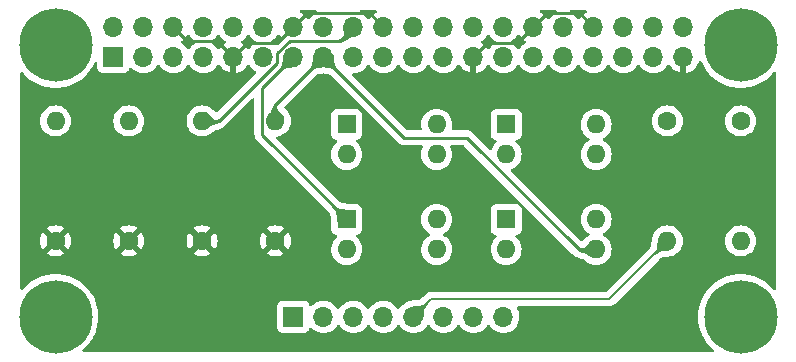
<source format=gbl>
%TF.GenerationSoftware,KiCad,Pcbnew,(6.0.5)*%
%TF.CreationDate,2022-06-15T12:21:02+01:00*%
%TF.ProjectId,PiKVM,50694b56-4d2e-46b6-9963-61645f706362,rev?*%
%TF.SameCoordinates,Original*%
%TF.FileFunction,Copper,L2,Bot*%
%TF.FilePolarity,Positive*%
%FSLAX46Y46*%
G04 Gerber Fmt 4.6, Leading zero omitted, Abs format (unit mm)*
G04 Created by KiCad (PCBNEW (6.0.5)) date 2022-06-15 12:21:02*
%MOMM*%
%LPD*%
G01*
G04 APERTURE LIST*
%TA.AperFunction,ComponentPad*%
%ADD10R,1.600000X1.600000*%
%TD*%
%TA.AperFunction,ComponentPad*%
%ADD11O,1.600000X1.600000*%
%TD*%
%TA.AperFunction,ComponentPad*%
%ADD12R,1.700000X1.700000*%
%TD*%
%TA.AperFunction,ComponentPad*%
%ADD13O,1.700000X1.700000*%
%TD*%
%TA.AperFunction,ComponentPad*%
%ADD14C,1.600000*%
%TD*%
%TA.AperFunction,WasherPad*%
%ADD15C,6.200000*%
%TD*%
%TA.AperFunction,Conductor*%
%ADD16C,0.250000*%
%TD*%
%TA.AperFunction,Conductor*%
%ADD17C,0.200000*%
%TD*%
G04 APERTURE END LIST*
D10*
%TO.P,U2,1*%
%TO.N,RSTSW*%
X45650000Y-37253332D03*
D11*
%TO.P,U2,2*%
%TO.N,Net-(R2-Pad2)*%
X45650000Y-39793332D03*
%TO.P,U2,3*%
%TO.N,GND2*%
X53270000Y-39793332D03*
%TO.P,U2,4*%
%TO.N,RST+*%
X53270000Y-37253332D03*
%TD*%
D12*
%TO.P,J2,1,Pin_1*%
%TO.N,PWR+*%
X41125000Y-45500000D03*
D13*
%TO.P,J2,2,Pin_2*%
%TO.N,GND2*%
X43665000Y-45500000D03*
%TO.P,J2,3,Pin_3*%
%TO.N,RST+*%
X46205000Y-45500000D03*
%TO.P,J2,4,Pin_4*%
%TO.N,GND2*%
X48745000Y-45500000D03*
%TO.P,J2,5,Pin_5*%
%TO.N,PLED+*%
X51285000Y-45500000D03*
%TO.P,J2,6,Pin_6*%
%TO.N,PLED-*%
X53825000Y-45500000D03*
%TO.P,J2,7,Pin_7*%
%TO.N,IDLE_LED+*%
X56365000Y-45500000D03*
%TO.P,J2,8,Pin_8*%
%TO.N,IDLE_LED-*%
X58905000Y-45500000D03*
%TD*%
D14*
%TO.P,R4,1*%
%TO.N,GND1*%
X39600000Y-39080000D03*
D11*
%TO.P,R4,2*%
%TO.N,IDLE_LED*%
X39600000Y-28920000D03*
%TD*%
D15*
%TO.P,REF\u002A\u002A,*%
%TO.N,*%
X79000000Y-45500000D03*
%TD*%
D14*
%TO.P,R2,1*%
%TO.N,GND1*%
X27200000Y-39080000D03*
D11*
%TO.P,R2,2*%
%TO.N,Net-(R2-Pad2)*%
X27200000Y-28920000D03*
%TD*%
D10*
%TO.P,U1,1*%
%TO.N,PWRSW*%
X45650000Y-29206666D03*
D11*
%TO.P,U1,2*%
%TO.N,Net-(R1-Pad2)*%
X45650000Y-31746666D03*
%TO.P,U1,3*%
%TO.N,GND2*%
X53270000Y-31746666D03*
%TO.P,U1,4*%
%TO.N,PWR+*%
X53270000Y-29206666D03*
%TD*%
D14*
%TO.P,R3,1*%
%TO.N,GND1*%
X33400000Y-39080000D03*
D11*
%TO.P,R3,2*%
%TO.N,PLED*%
X33400000Y-28920000D03*
%TD*%
D14*
%TO.P,R1,1*%
%TO.N,GND1*%
X21000000Y-39080000D03*
D11*
%TO.P,R1,2*%
%TO.N,Net-(R1-Pad2)*%
X21000000Y-28920000D03*
%TD*%
D15*
%TO.P,REF\u002A\u002A,*%
%TO.N,*%
X21000000Y-45500000D03*
%TD*%
%TO.P,REF\u002A\u002A,*%
%TO.N,*%
X79000000Y-22500000D03*
%TD*%
D10*
%TO.P,U3,1*%
%TO.N,Net-(R5-Pad1)*%
X59150000Y-29206666D03*
D11*
%TO.P,U3,2*%
%TO.N,PLED-*%
X59150000Y-31746666D03*
%TO.P,U3,3*%
%TO.N,PLED*%
X66770000Y-31746666D03*
%TO.P,U3,4*%
%TO.N,+3V3*%
X66770000Y-29206666D03*
%TD*%
D15*
%TO.P,REF\u002A\u002A,*%
%TO.N,*%
X21000000Y-22500000D03*
%TD*%
D14*
%TO.P,R5,1*%
%TO.N,Net-(R5-Pad1)*%
X72800000Y-28920000D03*
D11*
%TO.P,R5,2*%
%TO.N,PLED+*%
X72800000Y-39080000D03*
%TD*%
D10*
%TO.P,U4,1*%
%TO.N,Net-(R6-Pad1)*%
X59150000Y-37253332D03*
D11*
%TO.P,U4,2*%
%TO.N,IDLE_LED-*%
X59150000Y-39793332D03*
%TO.P,U4,3*%
%TO.N,IDLE_LED*%
X66770000Y-39793332D03*
%TO.P,U4,4*%
%TO.N,+3V3*%
X66770000Y-37253332D03*
%TD*%
D14*
%TO.P,R6,1*%
%TO.N,Net-(R6-Pad1)*%
X79000000Y-28920000D03*
D11*
%TO.P,R6,2*%
%TO.N,IDLE_LED+*%
X79000000Y-39080000D03*
%TD*%
D12*
%TO.P,J1,1,3V3*%
%TO.N,+3V3*%
X25900000Y-23500000D03*
D13*
%TO.P,J1,2,5V*%
%TO.N,unconnected-(J1-Pad2)*%
X25900000Y-20960000D03*
%TO.P,J1,3,SDA/GPIO2*%
%TO.N,unconnected-(J1-Pad3)*%
X28440000Y-23500000D03*
%TO.P,J1,4,5V*%
%TO.N,unconnected-(J1-Pad4)*%
X28440000Y-20960000D03*
%TO.P,J1,5,SCL/GPIO3*%
%TO.N,unconnected-(J1-Pad5)*%
X30980000Y-23500000D03*
%TO.P,J1,6,GND*%
%TO.N,GND1*%
X30980000Y-20960000D03*
%TO.P,J1,7,GCLK0/GPIO4*%
%TO.N,unconnected-(J1-Pad7)*%
X33520000Y-23500000D03*
%TO.P,J1,8,GPIO14/TXD*%
%TO.N,unconnected-(J1-Pad8)*%
X33520000Y-20960000D03*
%TO.P,J1,9,GND*%
%TO.N,GND1*%
X36060000Y-23500000D03*
%TO.P,J1,10,GPIO15/RXD*%
%TO.N,unconnected-(J1-Pad10)*%
X36060000Y-20960000D03*
%TO.P,J1,11,GPIO17*%
%TO.N,unconnected-(J1-Pad11)*%
X38600000Y-23500000D03*
%TO.P,J1,12,GPIO18/PWM0*%
%TO.N,unconnected-(J1-Pad12)*%
X38600000Y-20960000D03*
%TO.P,J1,13,GPIO27*%
%TO.N,RSTSW*%
X41140000Y-23500000D03*
%TO.P,J1,14,GND*%
%TO.N,GND1*%
X41140000Y-20960000D03*
%TO.P,J1,15,GPIO22*%
%TO.N,IDLE_LED*%
X43680000Y-23500000D03*
%TO.P,J1,16,GPIO23*%
%TO.N,PWRSW*%
X43680000Y-20960000D03*
%TO.P,J1,17,3V3*%
%TO.N,+3V3*%
X46220000Y-23500000D03*
%TO.P,J1,18,GPIO24*%
%TO.N,PLED*%
X46220000Y-20960000D03*
%TO.P,J1,19,MOSI0/GPIO10*%
%TO.N,unconnected-(J1-Pad19)*%
X48760000Y-23500000D03*
%TO.P,J1,20,GND*%
%TO.N,GND1*%
X48760000Y-20960000D03*
%TO.P,J1,21,MISO0/GPIO9*%
%TO.N,unconnected-(J1-Pad21)*%
X51300000Y-23500000D03*
%TO.P,J1,22,GPIO25*%
%TO.N,unconnected-(J1-Pad22)*%
X51300000Y-20960000D03*
%TO.P,J1,23,SCLK0/GPIO11*%
%TO.N,unconnected-(J1-Pad23)*%
X53840000Y-23500000D03*
%TO.P,J1,24,~{CE0}/GPIO8*%
%TO.N,unconnected-(J1-Pad24)*%
X53840000Y-20960000D03*
%TO.P,J1,25,GND*%
%TO.N,GND1*%
X56380000Y-23500000D03*
%TO.P,J1,26,~{CE1}/GPIO7*%
%TO.N,unconnected-(J1-Pad26)*%
X56380000Y-20960000D03*
%TO.P,J1,27,ID_SD/GPIO0*%
%TO.N,unconnected-(J1-Pad27)*%
X58920000Y-23500000D03*
%TO.P,J1,28,ID_SC/GPIO1*%
%TO.N,unconnected-(J1-Pad28)*%
X58920000Y-20960000D03*
%TO.P,J1,29,GCLK1/GPIO5*%
%TO.N,unconnected-(J1-Pad29)*%
X61460000Y-23500000D03*
%TO.P,J1,30,GND*%
%TO.N,GND1*%
X61460000Y-20960000D03*
%TO.P,J1,31,GCLK2/GPIO6*%
%TO.N,unconnected-(J1-Pad31)*%
X64000000Y-23500000D03*
%TO.P,J1,32,PWM0/GPIO12*%
%TO.N,unconnected-(J1-Pad32)*%
X64000000Y-20960000D03*
%TO.P,J1,33,PWM1/GPIO13*%
%TO.N,unconnected-(J1-Pad33)*%
X66540000Y-23500000D03*
%TO.P,J1,34,GND*%
%TO.N,GND1*%
X66540000Y-20960000D03*
%TO.P,J1,35,GPIO19/MISO1*%
%TO.N,unconnected-(J1-Pad35)*%
X69080000Y-23500000D03*
%TO.P,J1,36,GPIO16*%
%TO.N,unconnected-(J1-Pad36)*%
X69080000Y-20960000D03*
%TO.P,J1,37,GPIO26*%
%TO.N,unconnected-(J1-Pad37)*%
X71620000Y-23500000D03*
%TO.P,J1,38,GPIO20/MOSI1*%
%TO.N,unconnected-(J1-Pad38)*%
X71620000Y-20960000D03*
%TO.P,J1,39,GND*%
%TO.N,GND1*%
X74160000Y-23500000D03*
%TO.P,J1,40,GPIO21/SCLK1*%
%TO.N,unconnected-(J1-Pad40)*%
X74160000Y-20960000D03*
%TD*%
D16*
%TO.N,GND1*%
X37234511Y-22325489D02*
X39774511Y-22325489D01*
X34694511Y-22134511D02*
X36060000Y-23500000D01*
X39774511Y-22325489D02*
X41140000Y-20960000D01*
X30980000Y-20960000D02*
X32154511Y-22134511D01*
X36060000Y-23500000D02*
X37234511Y-22325489D01*
X42314511Y-19785489D02*
X41140000Y-20960000D01*
X60094511Y-22325489D02*
X61460000Y-20960000D01*
X32154511Y-22134511D02*
X34694511Y-22134511D01*
X65365489Y-19785489D02*
X62634511Y-19785489D01*
X48760000Y-20960000D02*
X47585489Y-19785489D01*
X57554511Y-22325489D02*
X60094511Y-22325489D01*
X47585489Y-19785489D02*
X42314511Y-19785489D01*
X66540000Y-20960000D02*
X65365489Y-19785489D01*
X56380000Y-23500000D02*
X57554511Y-22325489D01*
X62634511Y-19785489D02*
X61460000Y-20960000D01*
%TO.N,PLED*%
X40844479Y-22134511D02*
X45045489Y-22134511D01*
X45045489Y-22134511D02*
X46220000Y-20960000D01*
X39774511Y-23986499D02*
X39774511Y-23204479D01*
X39774511Y-23204479D02*
X40844479Y-22134511D01*
X33400000Y-28920000D02*
X34841010Y-28920000D01*
X34841010Y-28920000D02*
X39774511Y-23986499D01*
%TO.N,IDLE_LED*%
X65293332Y-39793332D02*
X66770000Y-39793332D01*
X39600000Y-28920000D02*
X39600000Y-27580000D01*
X50511177Y-30331177D02*
X55831177Y-30331177D01*
X39600000Y-27580000D02*
X43680000Y-23500000D01*
X43680000Y-23500000D02*
X50511177Y-30331177D01*
X55831177Y-30331177D02*
X65293332Y-39793332D01*
%TO.N,RSTSW*%
X38475489Y-30078821D02*
X45650000Y-37253332D01*
X41140000Y-23500000D02*
X38475489Y-26164511D01*
X38475489Y-26164511D02*
X38475489Y-30078821D01*
D17*
%TO.N,PLED+*%
X51285000Y-45500000D02*
X52785000Y-44000000D01*
X67880000Y-44000000D02*
X72800000Y-39080000D01*
X52785000Y-44000000D02*
X67880000Y-44000000D01*
%TD*%
%TA.AperFunction,Conductor*%
%TO.N,IDLE_LED*%
G36*
X43976865Y-23202979D02*
G01*
X43979650Y-23207148D01*
X43980336Y-23208901D01*
X43958949Y-24302924D01*
X43785572Y-24353997D01*
X43680000Y-24374802D01*
X43679999Y-24374802D01*
X43678878Y-24375023D01*
X43630241Y-24384608D01*
X43629428Y-24384739D01*
X43488205Y-24402366D01*
X43487827Y-24402407D01*
X43433020Y-24407447D01*
X43356411Y-24414492D01*
X43356384Y-24414495D01*
X43231521Y-24428362D01*
X43231512Y-24428363D01*
X43231308Y-24428386D01*
X43231093Y-24428426D01*
X43231090Y-24428427D01*
X43198751Y-24434528D01*
X43108993Y-24451461D01*
X43108655Y-24451570D01*
X43108650Y-24451571D01*
X43086762Y-24458613D01*
X42985754Y-24491109D01*
X42921500Y-24523073D01*
X42858277Y-24554523D01*
X42858272Y-24554526D01*
X42857880Y-24554721D01*
X42721659Y-24649686D01*
X42721388Y-24649931D01*
X42721386Y-24649932D01*
X42581630Y-24775957D01*
X42573191Y-24778952D01*
X42565522Y-24775541D01*
X42404459Y-24614478D01*
X42401032Y-24606205D01*
X42404043Y-24598370D01*
X42530067Y-24458613D01*
X42530068Y-24458611D01*
X42530313Y-24458340D01*
X42625278Y-24322119D01*
X42625473Y-24321727D01*
X42625476Y-24321722D01*
X42656926Y-24258499D01*
X42688890Y-24194245D01*
X42728538Y-24071006D01*
X42751613Y-23948691D01*
X42765507Y-23823588D01*
X42777592Y-23692172D01*
X42777633Y-23691794D01*
X42795260Y-23550571D01*
X42795391Y-23549758D01*
X42825898Y-23394956D01*
X42826154Y-23393912D01*
X42874653Y-23229275D01*
X42880278Y-23222307D01*
X42885645Y-23220883D01*
X43679995Y-23205355D01*
X43680000Y-23205355D01*
X43968527Y-23199714D01*
X43976865Y-23202979D01*
G37*
%TD.AperFunction*%
%TD*%
%TA.AperFunction,Conductor*%
%TO.N,PLED*%
G36*
X33756403Y-28204663D02*
G01*
X33886139Y-28283311D01*
X33887555Y-28284320D01*
X34010149Y-28386271D01*
X34010931Y-28386984D01*
X34122789Y-28498571D01*
X34123072Y-28498863D01*
X34227239Y-28610260D01*
X34227298Y-28610322D01*
X34277804Y-28661699D01*
X34326782Y-28711521D01*
X34424701Y-28792594D01*
X34470672Y-28816195D01*
X34523300Y-28843214D01*
X34523301Y-28843214D01*
X34524257Y-28843705D01*
X34525325Y-28843821D01*
X34627407Y-28854909D01*
X34627408Y-28854909D01*
X34628680Y-28855047D01*
X34629892Y-28854635D01*
X34629893Y-28854635D01*
X34740256Y-28817132D01*
X34740259Y-28817131D01*
X34741199Y-28816811D01*
X34783639Y-28783357D01*
X34856880Y-28725625D01*
X34865499Y-28723195D01*
X34872396Y-28726541D01*
X35033058Y-28887203D01*
X35036485Y-28895476D01*
X35032570Y-28904210D01*
X34966449Y-28963140D01*
X34917146Y-29007082D01*
X34915971Y-29008000D01*
X34800652Y-29086749D01*
X34799330Y-29087528D01*
X34691234Y-29141937D01*
X34690923Y-29142094D01*
X34689699Y-29142625D01*
X34586126Y-29180688D01*
X34585339Y-29180946D01*
X34484497Y-29210100D01*
X34484383Y-29210132D01*
X34384918Y-29237794D01*
X34384913Y-29237796D01*
X34384746Y-29237842D01*
X34384572Y-29237901D01*
X34285103Y-29271542D01*
X34285096Y-29271545D01*
X34284785Y-29271650D01*
X34182807Y-29319149D01*
X34182471Y-29319368D01*
X34182463Y-29319372D01*
X34077378Y-29387731D01*
X34077034Y-29387955D01*
X34076722Y-29388229D01*
X33972031Y-29480115D01*
X33963552Y-29482997D01*
X33958399Y-29481417D01*
X33013338Y-28927813D01*
X33007932Y-28920675D01*
X33009157Y-28911804D01*
X33011142Y-28909285D01*
X33016420Y-28904210D01*
X33322091Y-28610260D01*
X33742228Y-28206235D01*
X33750567Y-28202970D01*
X33756403Y-28204663D01*
G37*
%TD.AperFunction*%
%TD*%
%TA.AperFunction,Conductor*%
%TO.N,IDLE_LED*%
G36*
X43680000Y-23205355D02*
G01*
X43680005Y-23205355D01*
X44474354Y-23220883D01*
X44482557Y-23224471D01*
X44485347Y-23229275D01*
X44533845Y-23393912D01*
X44534101Y-23394956D01*
X44564608Y-23549758D01*
X44564739Y-23550571D01*
X44582366Y-23691794D01*
X44582407Y-23692172D01*
X44594492Y-23823588D01*
X44608386Y-23948691D01*
X44631461Y-24071006D01*
X44671109Y-24194245D01*
X44703073Y-24258499D01*
X44734523Y-24321722D01*
X44734526Y-24321727D01*
X44734721Y-24322119D01*
X44829686Y-24458340D01*
X44829931Y-24458611D01*
X44829932Y-24458613D01*
X44955957Y-24598370D01*
X44958952Y-24606809D01*
X44955541Y-24614478D01*
X44794478Y-24775541D01*
X44786205Y-24778968D01*
X44778370Y-24775957D01*
X44638613Y-24649932D01*
X44638611Y-24649931D01*
X44638340Y-24649686D01*
X44502119Y-24554721D01*
X44501727Y-24554526D01*
X44501722Y-24554523D01*
X44438499Y-24523073D01*
X44374245Y-24491109D01*
X44273237Y-24458613D01*
X44251349Y-24451571D01*
X44251344Y-24451570D01*
X44251006Y-24451461D01*
X44161248Y-24434528D01*
X44128909Y-24428427D01*
X44128906Y-24428426D01*
X44128691Y-24428386D01*
X44128487Y-24428363D01*
X44128478Y-24428362D01*
X44003615Y-24414495D01*
X44003588Y-24414492D01*
X43926979Y-24407447D01*
X43872172Y-24402407D01*
X43871794Y-24402366D01*
X43730571Y-24384739D01*
X43729758Y-24384608D01*
X43681120Y-24375023D01*
X43679999Y-24374802D01*
X43679998Y-24374802D01*
X43574427Y-24353997D01*
X43401051Y-24302924D01*
X43379664Y-23208899D01*
X43380350Y-23207147D01*
X43386557Y-23200692D01*
X43391472Y-23199714D01*
X43680000Y-23205355D01*
G37*
%TD.AperFunction*%
%TD*%
%TA.AperFunction,Conductor*%
%TO.N,IDLE_LED*%
G36*
X66427793Y-39079586D02*
G01*
X67158858Y-39782617D01*
X67162446Y-39790821D01*
X67159181Y-39799160D01*
X67156662Y-39801145D01*
X66211563Y-40354771D01*
X66202692Y-40355996D01*
X66197975Y-40353508D01*
X66093191Y-40262466D01*
X66093190Y-40262465D01*
X66092849Y-40262169D01*
X66092468Y-40261930D01*
X66092464Y-40261927D01*
X65986716Y-40195571D01*
X65986713Y-40195569D01*
X65986333Y-40195331D01*
X65883146Y-40150616D01*
X65781664Y-40120136D01*
X65781505Y-40120098D01*
X65781497Y-40120096D01*
X65724014Y-40106416D01*
X65680265Y-40096004D01*
X65577748Y-40070438D01*
X65576919Y-40070198D01*
X65471904Y-40035460D01*
X65470590Y-40034934D01*
X65415440Y-40008867D01*
X65361098Y-39983180D01*
X65359642Y-39982359D01*
X65243738Y-39905664D01*
X65242448Y-39904676D01*
X65127064Y-39802751D01*
X65123132Y-39794705D01*
X65126537Y-39785709D01*
X65287170Y-39625076D01*
X65295443Y-39621649D01*
X65302673Y-39624150D01*
X65381453Y-39686065D01*
X65420170Y-39716494D01*
X65533938Y-39754092D01*
X65639192Y-39740696D01*
X65683881Y-39716494D01*
X65738756Y-39686776D01*
X65738759Y-39686774D01*
X65739309Y-39686476D01*
X65837668Y-39601601D01*
X65937644Y-39496241D01*
X66042476Y-39380722D01*
X66042778Y-39380402D01*
X66155581Y-39265133D01*
X66156388Y-39264383D01*
X66280370Y-39159527D01*
X66281828Y-39158474D01*
X66413587Y-39078034D01*
X66422434Y-39076648D01*
X66427793Y-39079586D01*
G37*
%TD.AperFunction*%
%TD*%
%TA.AperFunction,Conductor*%
%TO.N,RSTSW*%
G36*
X44622341Y-36048099D02*
G01*
X44752957Y-36166078D01*
X44752968Y-36166087D01*
X44753234Y-36166327D01*
X44880994Y-36255941D01*
X45000864Y-36316349D01*
X45116337Y-36354409D01*
X45230908Y-36376982D01*
X45348072Y-36390927D01*
X45471164Y-36403090D01*
X45471477Y-36403126D01*
X45603759Y-36420326D01*
X45604542Y-36420454D01*
X45629380Y-36425429D01*
X45749545Y-36449498D01*
X45750564Y-36449750D01*
X45904326Y-36495211D01*
X45911288Y-36500843D01*
X45912707Y-36506202D01*
X45932604Y-37524009D01*
X45929339Y-37532348D01*
X45920677Y-37535936D01*
X44902870Y-37516039D01*
X44894666Y-37512451D01*
X44891879Y-37507658D01*
X44846418Y-37353896D01*
X44846166Y-37352877D01*
X44817123Y-37207877D01*
X44816993Y-37207088D01*
X44799797Y-37074835D01*
X44799756Y-37074476D01*
X44787605Y-36951507D01*
X44787595Y-36951404D01*
X44773650Y-36834240D01*
X44751077Y-36719669D01*
X44713017Y-36604196D01*
X44652609Y-36484326D01*
X44607717Y-36420325D01*
X44563200Y-36356858D01*
X44563198Y-36356856D01*
X44562995Y-36356566D01*
X44562755Y-36356300D01*
X44562746Y-36356289D01*
X44444767Y-36225673D01*
X44441764Y-36217237D01*
X44445176Y-36209558D01*
X44606226Y-36048508D01*
X44614499Y-36045081D01*
X44622341Y-36048099D01*
G37*
%TD.AperFunction*%
%TD*%
%TA.AperFunction,Conductor*%
%TO.N,RSTSW*%
G36*
X41436694Y-23202983D02*
G01*
X41440282Y-23211645D01*
X41436719Y-23393912D01*
X41428320Y-23823588D01*
X41419117Y-24294353D01*
X41415529Y-24302557D01*
X41410726Y-24305346D01*
X41316345Y-24333149D01*
X41246087Y-24353845D01*
X41245043Y-24354101D01*
X41090241Y-24384608D01*
X41089428Y-24384739D01*
X40948205Y-24402366D01*
X40947827Y-24402407D01*
X40893020Y-24407447D01*
X40816411Y-24414492D01*
X40816384Y-24414495D01*
X40691521Y-24428362D01*
X40691512Y-24428363D01*
X40691308Y-24428386D01*
X40691093Y-24428426D01*
X40691090Y-24428427D01*
X40658751Y-24434528D01*
X40568993Y-24451461D01*
X40568655Y-24451570D01*
X40568650Y-24451571D01*
X40546762Y-24458613D01*
X40445754Y-24491109D01*
X40381500Y-24523073D01*
X40318277Y-24554523D01*
X40318272Y-24554526D01*
X40317880Y-24554721D01*
X40181659Y-24649686D01*
X40181388Y-24649931D01*
X40181386Y-24649932D01*
X40041630Y-24775957D01*
X40033191Y-24778952D01*
X40025522Y-24775541D01*
X39864459Y-24614478D01*
X39861032Y-24606205D01*
X39864043Y-24598370D01*
X39990067Y-24458613D01*
X39990068Y-24458611D01*
X39990313Y-24458340D01*
X40085278Y-24322119D01*
X40085473Y-24321727D01*
X40085476Y-24321722D01*
X40116926Y-24258499D01*
X40148890Y-24194245D01*
X40188538Y-24071006D01*
X40211613Y-23948691D01*
X40225507Y-23823588D01*
X40237592Y-23692172D01*
X40237633Y-23691794D01*
X40255260Y-23550571D01*
X40255391Y-23549758D01*
X40285898Y-23394956D01*
X40286154Y-23393912D01*
X40334653Y-23229275D01*
X40340278Y-23222307D01*
X40345645Y-23220883D01*
X41106851Y-23206003D01*
X41428355Y-23199718D01*
X41436694Y-23202983D01*
G37*
%TD.AperFunction*%
%TD*%
%TA.AperFunction,Conductor*%
%TO.N,PLED+*%
G36*
X73079016Y-38800661D02*
G01*
X73082604Y-38809323D01*
X73062708Y-39827100D01*
X73059120Y-39835304D01*
X73054290Y-39838101D01*
X72898438Y-39883589D01*
X72897343Y-39883853D01*
X72810134Y-39900334D01*
X72750301Y-39911641D01*
X72749428Y-39911772D01*
X72703626Y-39916892D01*
X72615172Y-39926779D01*
X72614783Y-39926814D01*
X72489794Y-39936165D01*
X72370771Y-39947011D01*
X72370578Y-39947043D01*
X72370573Y-39947044D01*
X72330363Y-39953789D01*
X72254444Y-39966524D01*
X72254082Y-39966633D01*
X72254079Y-39966634D01*
X72137764Y-40001761D01*
X72137757Y-40001764D01*
X72137329Y-40001893D01*
X72015942Y-40060304D01*
X71886797Y-40148947D01*
X71886513Y-40149202D01*
X71886508Y-40149206D01*
X71754662Y-40267602D01*
X71746217Y-40270580D01*
X71738572Y-40267170D01*
X71612830Y-40141428D01*
X71609403Y-40133155D01*
X71612398Y-40125338D01*
X71730793Y-39993491D01*
X71730797Y-39993486D01*
X71731052Y-39993202D01*
X71819695Y-39864057D01*
X71878106Y-39742670D01*
X71878235Y-39742242D01*
X71878238Y-39742235D01*
X71913365Y-39625920D01*
X71913366Y-39625917D01*
X71913475Y-39625555D01*
X71932988Y-39509228D01*
X71943834Y-39390205D01*
X71953185Y-39265216D01*
X71953222Y-39264810D01*
X71968227Y-39130571D01*
X71968358Y-39129698D01*
X71996145Y-38982661D01*
X71996411Y-38981556D01*
X72041898Y-38825712D01*
X72047505Y-38818730D01*
X72052900Y-38817292D01*
X72141336Y-38815563D01*
X73070677Y-38797396D01*
X73079016Y-38800661D01*
G37*
%TD.AperFunction*%
%TD*%
%TA.AperFunction,Conductor*%
%TO.N,GND1*%
G36*
X36256121Y-23266002D02*
G01*
X36302614Y-23319658D01*
X36314000Y-23372000D01*
X36314000Y-24818517D01*
X36318064Y-24832359D01*
X36331478Y-24834393D01*
X36338184Y-24833534D01*
X36348262Y-24831392D01*
X36552255Y-24770191D01*
X36561842Y-24766433D01*
X36753095Y-24672739D01*
X36761945Y-24667464D01*
X36935328Y-24543792D01*
X36943200Y-24537139D01*
X37094052Y-24386812D01*
X37100730Y-24378965D01*
X37228022Y-24201819D01*
X37229279Y-24202722D01*
X37276373Y-24159362D01*
X37346311Y-24147145D01*
X37411751Y-24174678D01*
X37439579Y-24206511D01*
X37499987Y-24305088D01*
X37646250Y-24473938D01*
X37818126Y-24616632D01*
X37905115Y-24667464D01*
X37948741Y-24692957D01*
X37997464Y-24744596D01*
X38010535Y-24814379D01*
X37983803Y-24880151D01*
X37974265Y-24890840D01*
X34696017Y-28169088D01*
X34633705Y-28203114D01*
X34562890Y-28198049D01*
X34514892Y-28166054D01*
X34498340Y-28148353D01*
X34498236Y-28148242D01*
X34498137Y-28148137D01*
X34497772Y-28147753D01*
X34491841Y-28141525D01*
X34491809Y-28141491D01*
X34491526Y-28141199D01*
X34485448Y-28135032D01*
X34485271Y-28134855D01*
X34374140Y-28023993D01*
X34374110Y-28023964D01*
X34373590Y-28023445D01*
X34356904Y-28007530D01*
X34356122Y-28006817D01*
X34350186Y-28001647D01*
X34338994Y-27991901D01*
X34338483Y-27991456D01*
X34330956Y-27985196D01*
X34216786Y-27890251D01*
X34215889Y-27889505D01*
X34208854Y-27884086D01*
X34186493Y-27866858D01*
X34186474Y-27866844D01*
X34185546Y-27866129D01*
X34184130Y-27865120D01*
X34152337Y-27844197D01*
X34100417Y-27812722D01*
X34093520Y-27808224D01*
X34056749Y-27782477D01*
X34051761Y-27780151D01*
X34035991Y-27772797D01*
X34029853Y-27769519D01*
X34029810Y-27769603D01*
X34026148Y-27767700D01*
X34022601Y-27765549D01*
X33987111Y-27749968D01*
X33984514Y-27748793D01*
X33854232Y-27688042D01*
X33854228Y-27688041D01*
X33849243Y-27685716D01*
X33738665Y-27656087D01*
X33633402Y-27627881D01*
X33633400Y-27627881D01*
X33628087Y-27626457D01*
X33400000Y-27606502D01*
X33171913Y-27626457D01*
X33166600Y-27627881D01*
X33166598Y-27627881D01*
X32956067Y-27684293D01*
X32956065Y-27684294D01*
X32950757Y-27685716D01*
X32945776Y-27688039D01*
X32945775Y-27688039D01*
X32748238Y-27780151D01*
X32748233Y-27780154D01*
X32743251Y-27782477D01*
X32700027Y-27812743D01*
X32560211Y-27910643D01*
X32560208Y-27910645D01*
X32555700Y-27913802D01*
X32393802Y-28075700D01*
X32390645Y-28080208D01*
X32390643Y-28080211D01*
X32347711Y-28141525D01*
X32262477Y-28263251D01*
X32260154Y-28268233D01*
X32260151Y-28268238D01*
X32168041Y-28465770D01*
X32165716Y-28470757D01*
X32106457Y-28691913D01*
X32086502Y-28920000D01*
X32106457Y-29148087D01*
X32107881Y-29153400D01*
X32107881Y-29153402D01*
X32160934Y-29351395D01*
X32165716Y-29369243D01*
X32168039Y-29374224D01*
X32168039Y-29374225D01*
X32260151Y-29571762D01*
X32260154Y-29571767D01*
X32262477Y-29576749D01*
X32317906Y-29655909D01*
X32389938Y-29758781D01*
X32393802Y-29764300D01*
X32555700Y-29926198D01*
X32560208Y-29929355D01*
X32560211Y-29929357D01*
X32638389Y-29984098D01*
X32743251Y-30057523D01*
X32748233Y-30059846D01*
X32748238Y-30059849D01*
X32945775Y-30151961D01*
X32950757Y-30154284D01*
X32956065Y-30155706D01*
X32956067Y-30155707D01*
X33166598Y-30212119D01*
X33166600Y-30212119D01*
X33171913Y-30213543D01*
X33400000Y-30233498D01*
X33628087Y-30213543D01*
X33633400Y-30212119D01*
X33633402Y-30212119D01*
X33843933Y-30155707D01*
X33843935Y-30155706D01*
X33849243Y-30154284D01*
X33854225Y-30151961D01*
X34051762Y-30059849D01*
X34051767Y-30059846D01*
X34056749Y-30057523D01*
X34161611Y-29984098D01*
X34239789Y-29929357D01*
X34239792Y-29929355D01*
X34244300Y-29926198D01*
X34283347Y-29887151D01*
X34303650Y-29870683D01*
X34306991Y-29868506D01*
X34306999Y-29868500D01*
X34310760Y-29866049D01*
X34381192Y-29804232D01*
X34395598Y-29793314D01*
X34425000Y-29774187D01*
X34440506Y-29765589D01*
X34469754Y-29751966D01*
X34482583Y-29746827D01*
X34530801Y-29730518D01*
X34532635Y-29729898D01*
X34539233Y-29727866D01*
X34621970Y-29704856D01*
X34626994Y-29703431D01*
X34689875Y-29685252D01*
X34727449Y-29674390D01*
X34727467Y-29674385D01*
X34727950Y-29674245D01*
X34728380Y-29674112D01*
X34728425Y-29674099D01*
X34736315Y-29671666D01*
X34745302Y-29668895D01*
X34746089Y-29668637D01*
X34746644Y-29668444D01*
X34746671Y-29668435D01*
X34762745Y-29662848D01*
X34762754Y-29662845D01*
X34763254Y-29662671D01*
X34763709Y-29662504D01*
X34763728Y-29662497D01*
X34865983Y-29624918D01*
X34866827Y-29624608D01*
X34894065Y-29613706D01*
X34895289Y-29613175D01*
X34921793Y-29600767D01*
X34922607Y-29600357D01*
X34922622Y-29600350D01*
X35029270Y-29546669D01*
X35030200Y-29546201D01*
X35031113Y-29545703D01*
X35059142Y-29530413D01*
X35059164Y-29530400D01*
X35060021Y-29529933D01*
X35061343Y-29529154D01*
X35062233Y-29528589D01*
X35062249Y-29528579D01*
X35089331Y-29511380D01*
X35089338Y-29511375D01*
X35090233Y-29510807D01*
X35106982Y-29499369D01*
X35131651Y-29486273D01*
X35148627Y-29479552D01*
X35184397Y-29453564D01*
X35194317Y-29447048D01*
X35225545Y-29428580D01*
X35225548Y-29428578D01*
X35232372Y-29424542D01*
X35246693Y-29410221D01*
X35261727Y-29397380D01*
X35271704Y-29390131D01*
X35278117Y-29385472D01*
X35306308Y-29351395D01*
X35314298Y-29342616D01*
X35326905Y-29330009D01*
X35332166Y-29325041D01*
X35372626Y-29288981D01*
X35372628Y-29288979D01*
X35374227Y-29287554D01*
X35422993Y-29237755D01*
X35426546Y-29232140D01*
X35428745Y-29229362D01*
X35438446Y-29218468D01*
X37626894Y-27030021D01*
X37689206Y-26995995D01*
X37760022Y-27001060D01*
X37816857Y-27043607D01*
X37841668Y-27110127D01*
X37841989Y-27119116D01*
X37841989Y-30000054D01*
X37841462Y-30011237D01*
X37839787Y-30018730D01*
X37840036Y-30026656D01*
X37840036Y-30026657D01*
X37841927Y-30086807D01*
X37841989Y-30090766D01*
X37841989Y-30118677D01*
X37842486Y-30122611D01*
X37842486Y-30122612D01*
X37842494Y-30122677D01*
X37843427Y-30134514D01*
X37844816Y-30178710D01*
X37850467Y-30198160D01*
X37854476Y-30217521D01*
X37857015Y-30237618D01*
X37859934Y-30244989D01*
X37859934Y-30244991D01*
X37873293Y-30278733D01*
X37877138Y-30289963D01*
X37889471Y-30332414D01*
X37893504Y-30339233D01*
X37893506Y-30339238D01*
X37899782Y-30349849D01*
X37908477Y-30367597D01*
X37915937Y-30386438D01*
X37920599Y-30392854D01*
X37920599Y-30392855D01*
X37941925Y-30422208D01*
X37948441Y-30432128D01*
X37965181Y-30460433D01*
X37970947Y-30470183D01*
X37985268Y-30484504D01*
X37998108Y-30499537D01*
X38010017Y-30515928D01*
X38016123Y-30520979D01*
X38044094Y-30544119D01*
X38052873Y-30552109D01*
X44040838Y-36540075D01*
X44056314Y-36558879D01*
X44063702Y-36569870D01*
X44066720Y-36573211D01*
X44155544Y-36671551D01*
X44165194Y-36683652D01*
X44205568Y-36741211D01*
X44214929Y-36756855D01*
X44233060Y-36792832D01*
X44240204Y-36810087D01*
X44250971Y-36842754D01*
X44254927Y-36857838D01*
X44265131Y-36909626D01*
X44266625Y-36919092D01*
X44276944Y-37005790D01*
X44277216Y-37008292D01*
X44288745Y-37124970D01*
X44289572Y-37132742D01*
X44289613Y-37133101D01*
X44290583Y-37141045D01*
X44307779Y-37273298D01*
X44310324Y-37290570D01*
X44310454Y-37291359D01*
X44313624Y-37308726D01*
X44313721Y-37309213D01*
X44313729Y-37309252D01*
X44339046Y-37435648D01*
X44341500Y-37460394D01*
X44341500Y-38101466D01*
X44348255Y-38163648D01*
X44399385Y-38300037D01*
X44486739Y-38416593D01*
X44603295Y-38503947D01*
X44739684Y-38555077D01*
X44750474Y-38556249D01*
X44752606Y-38557135D01*
X44755222Y-38557757D01*
X44755121Y-38558180D01*
X44816035Y-38583487D01*
X44856463Y-38641849D01*
X44858922Y-38712803D01*
X44822629Y-38773822D01*
X44813969Y-38780821D01*
X44810207Y-38783978D01*
X44805700Y-38787134D01*
X44643802Y-38949032D01*
X44512477Y-39136583D01*
X44510154Y-39141565D01*
X44510151Y-39141570D01*
X44474144Y-39218789D01*
X44415716Y-39344089D01*
X44414294Y-39349397D01*
X44414293Y-39349399D01*
X44366104Y-39529243D01*
X44356457Y-39565245D01*
X44336502Y-39793332D01*
X44356457Y-40021419D01*
X44357881Y-40026732D01*
X44357881Y-40026734D01*
X44409627Y-40219849D01*
X44415716Y-40242575D01*
X44418039Y-40247556D01*
X44418039Y-40247557D01*
X44510151Y-40445094D01*
X44510154Y-40445099D01*
X44512477Y-40450081D01*
X44563285Y-40522642D01*
X44628220Y-40615378D01*
X44643802Y-40637632D01*
X44805700Y-40799530D01*
X44810208Y-40802687D01*
X44810211Y-40802689D01*
X44888389Y-40857430D01*
X44993251Y-40930855D01*
X44998233Y-40933178D01*
X44998238Y-40933181D01*
X45195775Y-41025293D01*
X45200757Y-41027616D01*
X45206065Y-41029038D01*
X45206067Y-41029039D01*
X45416598Y-41085451D01*
X45416600Y-41085451D01*
X45421913Y-41086875D01*
X45650000Y-41106830D01*
X45878087Y-41086875D01*
X45883400Y-41085451D01*
X45883402Y-41085451D01*
X46093933Y-41029039D01*
X46093935Y-41029038D01*
X46099243Y-41027616D01*
X46104225Y-41025293D01*
X46301762Y-40933181D01*
X46301767Y-40933178D01*
X46306749Y-40930855D01*
X46411611Y-40857430D01*
X46489789Y-40802689D01*
X46489792Y-40802687D01*
X46494300Y-40799530D01*
X46656198Y-40637632D01*
X46671781Y-40615378D01*
X46736715Y-40522642D01*
X46787523Y-40450081D01*
X46789846Y-40445099D01*
X46789849Y-40445094D01*
X46881961Y-40247557D01*
X46881961Y-40247556D01*
X46884284Y-40242575D01*
X46890374Y-40219849D01*
X46942119Y-40026734D01*
X46942119Y-40026732D01*
X46943543Y-40021419D01*
X46963498Y-39793332D01*
X51956502Y-39793332D01*
X51976457Y-40021419D01*
X51977881Y-40026732D01*
X51977881Y-40026734D01*
X52029627Y-40219849D01*
X52035716Y-40242575D01*
X52038039Y-40247556D01*
X52038039Y-40247557D01*
X52130151Y-40445094D01*
X52130154Y-40445099D01*
X52132477Y-40450081D01*
X52183285Y-40522642D01*
X52248220Y-40615378D01*
X52263802Y-40637632D01*
X52425700Y-40799530D01*
X52430208Y-40802687D01*
X52430211Y-40802689D01*
X52508389Y-40857430D01*
X52613251Y-40930855D01*
X52618233Y-40933178D01*
X52618238Y-40933181D01*
X52815775Y-41025293D01*
X52820757Y-41027616D01*
X52826065Y-41029038D01*
X52826067Y-41029039D01*
X53036598Y-41085451D01*
X53036600Y-41085451D01*
X53041913Y-41086875D01*
X53270000Y-41106830D01*
X53498087Y-41086875D01*
X53503400Y-41085451D01*
X53503402Y-41085451D01*
X53713933Y-41029039D01*
X53713935Y-41029038D01*
X53719243Y-41027616D01*
X53724225Y-41025293D01*
X53921762Y-40933181D01*
X53921767Y-40933178D01*
X53926749Y-40930855D01*
X54031611Y-40857430D01*
X54109789Y-40802689D01*
X54109792Y-40802687D01*
X54114300Y-40799530D01*
X54276198Y-40637632D01*
X54291781Y-40615378D01*
X54356715Y-40522642D01*
X54407523Y-40450081D01*
X54409846Y-40445099D01*
X54409849Y-40445094D01*
X54501961Y-40247557D01*
X54501961Y-40247556D01*
X54504284Y-40242575D01*
X54510374Y-40219849D01*
X54562119Y-40026734D01*
X54562119Y-40026732D01*
X54563543Y-40021419D01*
X54583498Y-39793332D01*
X57836502Y-39793332D01*
X57856457Y-40021419D01*
X57857881Y-40026732D01*
X57857881Y-40026734D01*
X57909627Y-40219849D01*
X57915716Y-40242575D01*
X57918039Y-40247556D01*
X57918039Y-40247557D01*
X58010151Y-40445094D01*
X58010154Y-40445099D01*
X58012477Y-40450081D01*
X58063285Y-40522642D01*
X58128220Y-40615378D01*
X58143802Y-40637632D01*
X58305700Y-40799530D01*
X58310208Y-40802687D01*
X58310211Y-40802689D01*
X58388389Y-40857430D01*
X58493251Y-40930855D01*
X58498233Y-40933178D01*
X58498238Y-40933181D01*
X58695775Y-41025293D01*
X58700757Y-41027616D01*
X58706065Y-41029038D01*
X58706067Y-41029039D01*
X58916598Y-41085451D01*
X58916600Y-41085451D01*
X58921913Y-41086875D01*
X59150000Y-41106830D01*
X59378087Y-41086875D01*
X59383400Y-41085451D01*
X59383402Y-41085451D01*
X59593933Y-41029039D01*
X59593935Y-41029038D01*
X59599243Y-41027616D01*
X59604225Y-41025293D01*
X59801762Y-40933181D01*
X59801767Y-40933178D01*
X59806749Y-40930855D01*
X59911611Y-40857430D01*
X59989789Y-40802689D01*
X59989792Y-40802687D01*
X59994300Y-40799530D01*
X60156198Y-40637632D01*
X60171781Y-40615378D01*
X60236715Y-40522642D01*
X60287523Y-40450081D01*
X60289846Y-40445099D01*
X60289849Y-40445094D01*
X60381961Y-40247557D01*
X60381961Y-40247556D01*
X60384284Y-40242575D01*
X60390374Y-40219849D01*
X60442119Y-40026734D01*
X60442119Y-40026732D01*
X60443543Y-40021419D01*
X60463498Y-39793332D01*
X60443543Y-39565245D01*
X60433896Y-39529243D01*
X60385707Y-39349399D01*
X60385706Y-39349397D01*
X60384284Y-39344089D01*
X60325856Y-39218789D01*
X60289849Y-39141570D01*
X60289846Y-39141565D01*
X60287523Y-39136583D01*
X60156198Y-38949032D01*
X59994300Y-38787134D01*
X59989789Y-38783975D01*
X59985576Y-38780440D01*
X59986527Y-38779306D01*
X59946529Y-38729261D01*
X59939224Y-38658642D01*
X59971258Y-38595283D01*
X60032462Y-38559302D01*
X60049517Y-38556250D01*
X60060316Y-38555077D01*
X60196705Y-38503947D01*
X60313261Y-38416593D01*
X60400615Y-38300037D01*
X60451745Y-38163648D01*
X60458500Y-38101466D01*
X60458500Y-36405198D01*
X60451745Y-36343016D01*
X60400615Y-36206627D01*
X60313261Y-36090071D01*
X60196705Y-36002717D01*
X60060316Y-35951587D01*
X59998134Y-35944832D01*
X58301866Y-35944832D01*
X58239684Y-35951587D01*
X58103295Y-36002717D01*
X57986739Y-36090071D01*
X57899385Y-36206627D01*
X57848255Y-36343016D01*
X57841500Y-36405198D01*
X57841500Y-38101466D01*
X57848255Y-38163648D01*
X57899385Y-38300037D01*
X57986739Y-38416593D01*
X58103295Y-38503947D01*
X58239684Y-38555077D01*
X58250474Y-38556249D01*
X58252606Y-38557135D01*
X58255222Y-38557757D01*
X58255121Y-38558180D01*
X58316035Y-38583487D01*
X58356463Y-38641849D01*
X58358922Y-38712803D01*
X58322629Y-38773822D01*
X58313969Y-38780821D01*
X58310207Y-38783978D01*
X58305700Y-38787134D01*
X58143802Y-38949032D01*
X58012477Y-39136583D01*
X58010154Y-39141565D01*
X58010151Y-39141570D01*
X57974144Y-39218789D01*
X57915716Y-39344089D01*
X57914294Y-39349397D01*
X57914293Y-39349399D01*
X57866104Y-39529243D01*
X57856457Y-39565245D01*
X57836502Y-39793332D01*
X54583498Y-39793332D01*
X54563543Y-39565245D01*
X54553896Y-39529243D01*
X54505707Y-39349399D01*
X54505706Y-39349397D01*
X54504284Y-39344089D01*
X54445856Y-39218789D01*
X54409849Y-39141570D01*
X54409846Y-39141565D01*
X54407523Y-39136583D01*
X54276198Y-38949032D01*
X54114300Y-38787134D01*
X54109792Y-38783977D01*
X54109789Y-38783975D01*
X54011941Y-38715461D01*
X53926749Y-38655809D01*
X53921765Y-38653485D01*
X53921762Y-38653483D01*
X53887543Y-38637527D01*
X53834258Y-38590610D01*
X53814797Y-38522333D01*
X53835339Y-38454373D01*
X53887543Y-38409137D01*
X53921762Y-38393181D01*
X53921767Y-38393178D01*
X53926749Y-38390855D01*
X54068458Y-38291629D01*
X54109789Y-38262689D01*
X54109792Y-38262687D01*
X54114300Y-38259530D01*
X54276198Y-38097632D01*
X54290156Y-38077699D01*
X54340561Y-38005713D01*
X54407523Y-37910081D01*
X54409846Y-37905099D01*
X54409849Y-37905094D01*
X54501961Y-37707557D01*
X54501961Y-37707556D01*
X54504284Y-37702575D01*
X54563543Y-37481419D01*
X54583498Y-37253332D01*
X54563543Y-37025245D01*
X54562119Y-37019930D01*
X54505707Y-36809399D01*
X54505706Y-36809397D01*
X54504284Y-36804089D01*
X54499032Y-36792825D01*
X54409849Y-36601570D01*
X54409846Y-36601565D01*
X54407523Y-36596583D01*
X54276198Y-36409032D01*
X54114300Y-36247134D01*
X54109792Y-36243977D01*
X54109789Y-36243975D01*
X54031611Y-36189234D01*
X53926749Y-36115809D01*
X53921767Y-36113486D01*
X53921762Y-36113483D01*
X53724225Y-36021371D01*
X53724224Y-36021371D01*
X53719243Y-36019048D01*
X53713935Y-36017626D01*
X53713933Y-36017625D01*
X53503402Y-35961213D01*
X53503400Y-35961213D01*
X53498087Y-35959789D01*
X53270000Y-35939834D01*
X53041913Y-35959789D01*
X53036600Y-35961213D01*
X53036598Y-35961213D01*
X52826067Y-36017625D01*
X52826065Y-36017626D01*
X52820757Y-36019048D01*
X52815776Y-36021371D01*
X52815775Y-36021371D01*
X52618238Y-36113483D01*
X52618233Y-36113486D01*
X52613251Y-36115809D01*
X52508389Y-36189234D01*
X52430211Y-36243975D01*
X52430208Y-36243977D01*
X52425700Y-36247134D01*
X52263802Y-36409032D01*
X52132477Y-36596583D01*
X52130154Y-36601565D01*
X52130151Y-36601570D01*
X52040968Y-36792825D01*
X52035716Y-36804089D01*
X52034294Y-36809397D01*
X52034293Y-36809399D01*
X51977881Y-37019930D01*
X51976457Y-37025245D01*
X51956502Y-37253332D01*
X51976457Y-37481419D01*
X52035716Y-37702575D01*
X52038039Y-37707556D01*
X52038039Y-37707557D01*
X52130151Y-37905094D01*
X52130154Y-37905099D01*
X52132477Y-37910081D01*
X52199439Y-38005713D01*
X52249845Y-38077699D01*
X52263802Y-38097632D01*
X52425700Y-38259530D01*
X52430208Y-38262687D01*
X52430211Y-38262689D01*
X52471542Y-38291629D01*
X52613251Y-38390855D01*
X52618233Y-38393178D01*
X52618238Y-38393181D01*
X52652457Y-38409137D01*
X52705742Y-38456054D01*
X52725203Y-38524331D01*
X52704661Y-38592291D01*
X52652457Y-38637527D01*
X52618238Y-38653483D01*
X52618235Y-38653485D01*
X52613251Y-38655809D01*
X52528059Y-38715461D01*
X52430211Y-38783975D01*
X52430208Y-38783977D01*
X52425700Y-38787134D01*
X52263802Y-38949032D01*
X52132477Y-39136583D01*
X52130154Y-39141565D01*
X52130151Y-39141570D01*
X52094144Y-39218789D01*
X52035716Y-39344089D01*
X52034294Y-39349397D01*
X52034293Y-39349399D01*
X51986104Y-39529243D01*
X51976457Y-39565245D01*
X51956502Y-39793332D01*
X46963498Y-39793332D01*
X46943543Y-39565245D01*
X46933896Y-39529243D01*
X46885707Y-39349399D01*
X46885706Y-39349397D01*
X46884284Y-39344089D01*
X46825856Y-39218789D01*
X46789849Y-39141570D01*
X46789846Y-39141565D01*
X46787523Y-39136583D01*
X46656198Y-38949032D01*
X46494300Y-38787134D01*
X46489789Y-38783975D01*
X46485576Y-38780440D01*
X46486527Y-38779306D01*
X46446529Y-38729261D01*
X46439224Y-38658642D01*
X46471258Y-38595283D01*
X46532462Y-38559302D01*
X46549517Y-38556250D01*
X46560316Y-38555077D01*
X46696705Y-38503947D01*
X46813261Y-38416593D01*
X46900615Y-38300037D01*
X46951745Y-38163648D01*
X46958500Y-38101466D01*
X46958500Y-36405198D01*
X46951745Y-36343016D01*
X46900615Y-36206627D01*
X46813261Y-36090071D01*
X46696705Y-36002717D01*
X46560316Y-35951587D01*
X46498134Y-35944832D01*
X45857064Y-35944832D01*
X45832318Y-35942378D01*
X45705393Y-35916955D01*
X45704918Y-35916869D01*
X45704873Y-35916860D01*
X45692798Y-35914665D01*
X45687386Y-35913681D01*
X45686603Y-35913553D01*
X45686147Y-35913486D01*
X45686108Y-35913480D01*
X45670450Y-35911182D01*
X45670400Y-35911175D01*
X45669970Y-35911112D01*
X45669494Y-35911050D01*
X45669457Y-35911045D01*
X45538014Y-35893954D01*
X45537929Y-35893943D01*
X45537688Y-35893912D01*
X45533113Y-35893352D01*
X45530292Y-35893006D01*
X45530218Y-35892997D01*
X45530151Y-35892989D01*
X45530088Y-35892982D01*
X45530048Y-35892977D01*
X45530015Y-35892973D01*
X45529838Y-35892953D01*
X45529610Y-35892929D01*
X45529568Y-35892924D01*
X45521810Y-35892095D01*
X45521743Y-35892088D01*
X45521658Y-35892079D01*
X45521589Y-35892072D01*
X45521471Y-35892060D01*
X45404960Y-35880548D01*
X45402458Y-35880276D01*
X45374113Y-35876902D01*
X45315756Y-35869956D01*
X45306304Y-35868465D01*
X45270695Y-35861449D01*
X45254506Y-35858259D01*
X45239422Y-35854303D01*
X45206755Y-35843536D01*
X45189500Y-35836392D01*
X45153523Y-35818261D01*
X45137881Y-35808901D01*
X45080322Y-35768528D01*
X45068223Y-35758880D01*
X44966536Y-35667032D01*
X44934320Y-35640237D01*
X44934485Y-35640038D01*
X44923353Y-35630781D01*
X42268196Y-32975624D01*
X41039238Y-31746666D01*
X44336502Y-31746666D01*
X44356457Y-31974753D01*
X44415716Y-32195909D01*
X44418039Y-32200890D01*
X44418039Y-32200891D01*
X44510151Y-32398428D01*
X44510154Y-32398433D01*
X44512477Y-32403415D01*
X44643802Y-32590966D01*
X44805700Y-32752864D01*
X44810208Y-32756021D01*
X44810211Y-32756023D01*
X44888389Y-32810764D01*
X44993251Y-32884189D01*
X44998233Y-32886512D01*
X44998238Y-32886515D01*
X45189335Y-32975624D01*
X45200757Y-32980950D01*
X45206065Y-32982372D01*
X45206067Y-32982373D01*
X45416598Y-33038785D01*
X45416600Y-33038785D01*
X45421913Y-33040209D01*
X45650000Y-33060164D01*
X45878087Y-33040209D01*
X45883400Y-33038785D01*
X45883402Y-33038785D01*
X46093933Y-32982373D01*
X46093935Y-32982372D01*
X46099243Y-32980950D01*
X46110665Y-32975624D01*
X46301762Y-32886515D01*
X46301767Y-32886512D01*
X46306749Y-32884189D01*
X46411611Y-32810764D01*
X46489789Y-32756023D01*
X46489792Y-32756021D01*
X46494300Y-32752864D01*
X46656198Y-32590966D01*
X46787523Y-32403415D01*
X46789846Y-32398433D01*
X46789849Y-32398428D01*
X46881961Y-32200891D01*
X46881961Y-32200890D01*
X46884284Y-32195909D01*
X46943543Y-31974753D01*
X46963498Y-31746666D01*
X46943543Y-31518579D01*
X46942119Y-31513264D01*
X46885707Y-31302733D01*
X46885706Y-31302731D01*
X46884284Y-31297423D01*
X46878958Y-31286001D01*
X46789849Y-31094904D01*
X46789846Y-31094899D01*
X46787523Y-31089917D01*
X46702611Y-30968651D01*
X46659357Y-30906877D01*
X46659355Y-30906874D01*
X46656198Y-30902366D01*
X46494300Y-30740468D01*
X46489789Y-30737309D01*
X46485576Y-30733774D01*
X46486527Y-30732640D01*
X46446529Y-30682595D01*
X46439224Y-30611976D01*
X46471258Y-30548617D01*
X46532462Y-30512636D01*
X46549517Y-30509584D01*
X46560316Y-30508411D01*
X46696705Y-30457281D01*
X46813261Y-30369927D01*
X46900615Y-30253371D01*
X46951745Y-30116982D01*
X46958500Y-30054800D01*
X46958500Y-28358532D01*
X46951745Y-28296350D01*
X46900615Y-28159961D01*
X46813261Y-28043405D01*
X46696705Y-27956051D01*
X46560316Y-27904921D01*
X46498134Y-27898166D01*
X44801866Y-27898166D01*
X44739684Y-27904921D01*
X44603295Y-27956051D01*
X44486739Y-28043405D01*
X44399385Y-28159961D01*
X44348255Y-28296350D01*
X44341500Y-28358532D01*
X44341500Y-30054800D01*
X44348255Y-30116982D01*
X44399385Y-30253371D01*
X44486739Y-30369927D01*
X44603295Y-30457281D01*
X44739684Y-30508411D01*
X44750474Y-30509583D01*
X44752606Y-30510469D01*
X44755222Y-30511091D01*
X44755121Y-30511514D01*
X44816035Y-30536821D01*
X44856463Y-30595183D01*
X44858922Y-30666137D01*
X44822629Y-30727156D01*
X44813969Y-30734155D01*
X44810207Y-30737312D01*
X44805700Y-30740468D01*
X44643802Y-30902366D01*
X44640645Y-30906874D01*
X44640643Y-30906877D01*
X44597389Y-30968651D01*
X44512477Y-31089917D01*
X44510154Y-31094899D01*
X44510151Y-31094904D01*
X44421042Y-31286001D01*
X44415716Y-31297423D01*
X44414294Y-31302731D01*
X44414293Y-31302733D01*
X44357881Y-31513264D01*
X44356457Y-31518579D01*
X44336502Y-31746666D01*
X41039238Y-31746666D01*
X39723083Y-30430510D01*
X39689058Y-30368200D01*
X39694123Y-30297385D01*
X39736670Y-30240549D01*
X39801195Y-30215897D01*
X39822597Y-30214024D01*
X39822605Y-30214023D01*
X39828087Y-30213543D01*
X39833400Y-30212119D01*
X39833402Y-30212119D01*
X40043933Y-30155707D01*
X40043935Y-30155706D01*
X40049243Y-30154284D01*
X40054225Y-30151961D01*
X40251762Y-30059849D01*
X40251767Y-30059846D01*
X40256749Y-30057523D01*
X40361611Y-29984098D01*
X40439789Y-29929357D01*
X40439792Y-29929355D01*
X40444300Y-29926198D01*
X40606198Y-29764300D01*
X40610063Y-29758781D01*
X40682094Y-29655909D01*
X40737523Y-29576749D01*
X40739846Y-29571767D01*
X40739849Y-29571762D01*
X40831961Y-29374225D01*
X40831961Y-29374224D01*
X40834284Y-29369243D01*
X40839067Y-29351395D01*
X40892119Y-29153402D01*
X40892119Y-29153400D01*
X40893543Y-29148087D01*
X40913498Y-28920000D01*
X40893543Y-28691913D01*
X40834284Y-28470757D01*
X40831959Y-28465770D01*
X40771431Y-28335966D01*
X40769220Y-28330943D01*
X40758774Y-28305728D01*
X40757056Y-28301580D01*
X40752496Y-28293895D01*
X40746662Y-28282849D01*
X40739850Y-28268240D01*
X40739847Y-28268235D01*
X40737523Y-28263251D01*
X40731691Y-28254922D01*
X40719187Y-28237063D01*
X40714044Y-28229095D01*
X40683927Y-28178344D01*
X40683927Y-28178343D01*
X40683368Y-28177402D01*
X40664815Y-28148398D01*
X40663933Y-28147116D01*
X40643799Y-28119827D01*
X40643139Y-28118992D01*
X40643124Y-28118972D01*
X40550426Y-28001647D01*
X40550400Y-28001615D01*
X40550032Y-28001149D01*
X40537191Y-27985538D01*
X40536590Y-27984836D01*
X40524225Y-27970959D01*
X40523473Y-27970115D01*
X40523449Y-27970088D01*
X40523051Y-27969642D01*
X40421806Y-27860455D01*
X40417687Y-27856064D01*
X40417481Y-27855847D01*
X40412545Y-27850720D01*
X40406950Y-27844988D01*
X40373682Y-27782270D01*
X40379602Y-27711521D01*
X40408022Y-27667882D01*
X42895807Y-25180097D01*
X42914697Y-25164563D01*
X42921774Y-25159815D01*
X42921782Y-25159809D01*
X42925512Y-25157306D01*
X43016328Y-25075413D01*
X43035826Y-25057831D01*
X43048134Y-25048053D01*
X43112868Y-25002924D01*
X43128799Y-24993478D01*
X43148894Y-24983481D01*
X43171346Y-24972313D01*
X43188864Y-24965185D01*
X43228228Y-24952521D01*
X43243444Y-24948654D01*
X43302658Y-24937483D01*
X43312109Y-24936069D01*
X43407037Y-24925527D01*
X43409405Y-24925286D01*
X43534735Y-24913760D01*
X43534778Y-24913756D01*
X43534852Y-24913749D01*
X43543199Y-24912913D01*
X43543577Y-24912872D01*
X43543893Y-24912835D01*
X43543912Y-24912833D01*
X43546318Y-24912552D01*
X43551805Y-24911912D01*
X43637098Y-24901266D01*
X43664394Y-24897859D01*
X43695606Y-24897859D01*
X43719501Y-24900841D01*
X43808194Y-24911912D01*
X43813681Y-24912552D01*
X43816087Y-24912833D01*
X43816104Y-24912835D01*
X43816422Y-24912872D01*
X43816800Y-24912913D01*
X43825149Y-24913749D01*
X43825307Y-24913764D01*
X43825394Y-24913772D01*
X43936602Y-24923999D01*
X43950576Y-24925284D01*
X43952912Y-24925521D01*
X43999698Y-24930717D01*
X44047883Y-24936068D01*
X44057333Y-24937482D01*
X44096269Y-24944827D01*
X44116549Y-24948653D01*
X44131766Y-24952520D01*
X44171136Y-24965186D01*
X44188654Y-24972313D01*
X44231201Y-24993478D01*
X44247133Y-25002926D01*
X44311855Y-25048047D01*
X44324177Y-25057834D01*
X44372156Y-25101099D01*
X44434490Y-25157308D01*
X44435468Y-25158121D01*
X44435478Y-25158129D01*
X44466586Y-25183968D01*
X44466409Y-25184181D01*
X44477470Y-25193374D01*
X50007520Y-30723424D01*
X50015064Y-30731714D01*
X50019177Y-30738195D01*
X50024954Y-30743620D01*
X50068844Y-30784835D01*
X50071686Y-30787590D01*
X50091407Y-30807311D01*
X50094602Y-30809789D01*
X50103624Y-30817495D01*
X50135856Y-30847763D01*
X50142805Y-30851583D01*
X50153609Y-30857523D01*
X50170133Y-30868376D01*
X50186136Y-30880790D01*
X50226720Y-30898353D01*
X50237350Y-30903560D01*
X50276117Y-30924872D01*
X50283794Y-30926843D01*
X50283799Y-30926845D01*
X50295735Y-30929909D01*
X50314443Y-30936314D01*
X50333032Y-30944358D01*
X50340860Y-30945598D01*
X50340867Y-30945600D01*
X50376701Y-30951276D01*
X50388321Y-30953682D01*
X50423466Y-30962705D01*
X50431147Y-30964677D01*
X50451401Y-30964677D01*
X50471111Y-30966228D01*
X50491120Y-30969397D01*
X50499012Y-30968651D01*
X50535138Y-30965236D01*
X50546996Y-30964677D01*
X51993097Y-30964677D01*
X52061218Y-30984679D01*
X52107711Y-31038335D01*
X52117815Y-31108609D01*
X52107292Y-31143926D01*
X52035716Y-31297423D01*
X52034294Y-31302731D01*
X52034293Y-31302733D01*
X51977881Y-31513264D01*
X51976457Y-31518579D01*
X51956502Y-31746666D01*
X51976457Y-31974753D01*
X52035716Y-32195909D01*
X52038039Y-32200890D01*
X52038039Y-32200891D01*
X52130151Y-32398428D01*
X52130154Y-32398433D01*
X52132477Y-32403415D01*
X52263802Y-32590966D01*
X52425700Y-32752864D01*
X52430208Y-32756021D01*
X52430211Y-32756023D01*
X52508389Y-32810764D01*
X52613251Y-32884189D01*
X52618233Y-32886512D01*
X52618238Y-32886515D01*
X52809335Y-32975624D01*
X52820757Y-32980950D01*
X52826065Y-32982372D01*
X52826067Y-32982373D01*
X53036598Y-33038785D01*
X53036600Y-33038785D01*
X53041913Y-33040209D01*
X53270000Y-33060164D01*
X53498087Y-33040209D01*
X53503400Y-33038785D01*
X53503402Y-33038785D01*
X53713933Y-32982373D01*
X53713935Y-32982372D01*
X53719243Y-32980950D01*
X53730665Y-32975624D01*
X53921762Y-32886515D01*
X53921767Y-32886512D01*
X53926749Y-32884189D01*
X54031611Y-32810764D01*
X54109789Y-32756023D01*
X54109792Y-32756021D01*
X54114300Y-32752864D01*
X54276198Y-32590966D01*
X54407523Y-32403415D01*
X54409846Y-32398433D01*
X54409849Y-32398428D01*
X54501961Y-32200891D01*
X54501961Y-32200890D01*
X54504284Y-32195909D01*
X54563543Y-31974753D01*
X54583498Y-31746666D01*
X54563543Y-31518579D01*
X54562119Y-31513264D01*
X54505707Y-31302733D01*
X54505706Y-31302731D01*
X54504284Y-31297423D01*
X54432708Y-31143927D01*
X54422047Y-31073735D01*
X54451027Y-31008922D01*
X54510447Y-30970066D01*
X54546903Y-30964677D01*
X55516583Y-30964677D01*
X55584704Y-30984679D01*
X55605678Y-31001582D01*
X64757485Y-40153390D01*
X64764396Y-40160883D01*
X64787105Y-40187601D01*
X64798180Y-40197384D01*
X64801195Y-40200496D01*
X64801332Y-40200350D01*
X64822097Y-40219849D01*
X64850983Y-40246975D01*
X64853825Y-40249730D01*
X64873562Y-40269467D01*
X64876759Y-40271947D01*
X64885779Y-40279650D01*
X64918011Y-40309918D01*
X64924957Y-40313737D01*
X64924960Y-40313739D01*
X64935766Y-40319680D01*
X64952285Y-40330531D01*
X64968291Y-40342946D01*
X64975566Y-40346094D01*
X64977463Y-40347216D01*
X64994190Y-40356278D01*
X65076274Y-40410594D01*
X65077242Y-40411186D01*
X65106487Y-40429076D01*
X65106503Y-40429085D01*
X65107426Y-40429650D01*
X65108882Y-40430471D01*
X65109878Y-40430987D01*
X65109881Y-40430988D01*
X65125075Y-40438850D01*
X65141652Y-40447428D01*
X65142674Y-40447911D01*
X65142690Y-40447919D01*
X65156801Y-40454589D01*
X65195994Y-40473115D01*
X65196007Y-40473121D01*
X65251157Y-40499188D01*
X65279756Y-40511657D01*
X65281070Y-40512183D01*
X65310637Y-40522979D01*
X65415652Y-40557717D01*
X65416194Y-40557885D01*
X65416225Y-40557895D01*
X65424188Y-40560364D01*
X65434122Y-40563444D01*
X65434951Y-40563684D01*
X65453495Y-40568678D01*
X65454041Y-40568814D01*
X65454075Y-40568823D01*
X65555962Y-40594232D01*
X65556077Y-40594260D01*
X65558229Y-40594784D01*
X65561379Y-40595552D01*
X65561472Y-40595574D01*
X65561628Y-40595612D01*
X65644686Y-40615378D01*
X65651746Y-40617277D01*
X65697383Y-40630984D01*
X65699526Y-40631628D01*
X65713379Y-40636690D01*
X65737635Y-40647201D01*
X65754506Y-40656084D01*
X65777863Y-40670740D01*
X65793530Y-40682353D01*
X65861185Y-40741135D01*
X65870951Y-40747821D01*
X65888860Y-40762690D01*
X65925700Y-40799530D01*
X65930208Y-40802687D01*
X65930211Y-40802689D01*
X66008389Y-40857430D01*
X66113251Y-40930855D01*
X66118233Y-40933178D01*
X66118238Y-40933181D01*
X66315775Y-41025293D01*
X66320757Y-41027616D01*
X66326065Y-41029038D01*
X66326067Y-41029039D01*
X66536598Y-41085451D01*
X66536600Y-41085451D01*
X66541913Y-41086875D01*
X66770000Y-41106830D01*
X66998087Y-41086875D01*
X67003400Y-41085451D01*
X67003402Y-41085451D01*
X67213933Y-41029039D01*
X67213935Y-41029038D01*
X67219243Y-41027616D01*
X67224225Y-41025293D01*
X67421762Y-40933181D01*
X67421767Y-40933178D01*
X67426749Y-40930855D01*
X67531611Y-40857430D01*
X67609789Y-40802689D01*
X67609792Y-40802687D01*
X67614300Y-40799530D01*
X67776198Y-40637632D01*
X67791781Y-40615378D01*
X67856715Y-40522642D01*
X67907523Y-40450081D01*
X67909846Y-40445099D01*
X67909849Y-40445094D01*
X68001961Y-40247557D01*
X68001961Y-40247556D01*
X68004284Y-40242575D01*
X68010374Y-40219849D01*
X68062119Y-40026734D01*
X68062119Y-40026732D01*
X68063543Y-40021419D01*
X68083498Y-39793332D01*
X68063543Y-39565245D01*
X68053896Y-39529243D01*
X68005707Y-39349399D01*
X68005706Y-39349397D01*
X68004284Y-39344089D01*
X67945856Y-39218789D01*
X67909849Y-39141570D01*
X67909846Y-39141565D01*
X67907523Y-39136583D01*
X67776198Y-38949032D01*
X67614300Y-38787134D01*
X67609792Y-38783977D01*
X67609789Y-38783975D01*
X67511941Y-38715461D01*
X67426749Y-38655809D01*
X67421765Y-38653485D01*
X67421762Y-38653483D01*
X67387543Y-38637527D01*
X67334258Y-38590610D01*
X67314797Y-38522333D01*
X67335339Y-38454373D01*
X67387543Y-38409137D01*
X67421762Y-38393181D01*
X67421767Y-38393178D01*
X67426749Y-38390855D01*
X67568458Y-38291629D01*
X67609789Y-38262689D01*
X67609792Y-38262687D01*
X67614300Y-38259530D01*
X67776198Y-38097632D01*
X67790156Y-38077699D01*
X67840561Y-38005713D01*
X67907523Y-37910081D01*
X67909846Y-37905099D01*
X67909849Y-37905094D01*
X68001961Y-37707557D01*
X68001961Y-37707556D01*
X68004284Y-37702575D01*
X68063543Y-37481419D01*
X68083498Y-37253332D01*
X68063543Y-37025245D01*
X68062119Y-37019930D01*
X68005707Y-36809399D01*
X68005706Y-36809397D01*
X68004284Y-36804089D01*
X67999032Y-36792825D01*
X67909849Y-36601570D01*
X67909846Y-36601565D01*
X67907523Y-36596583D01*
X67776198Y-36409032D01*
X67614300Y-36247134D01*
X67609792Y-36243977D01*
X67609789Y-36243975D01*
X67531611Y-36189234D01*
X67426749Y-36115809D01*
X67421767Y-36113486D01*
X67421762Y-36113483D01*
X67224225Y-36021371D01*
X67224224Y-36021371D01*
X67219243Y-36019048D01*
X67213935Y-36017626D01*
X67213933Y-36017625D01*
X67003402Y-35961213D01*
X67003400Y-35961213D01*
X66998087Y-35959789D01*
X66770000Y-35939834D01*
X66541913Y-35959789D01*
X66536600Y-35961213D01*
X66536598Y-35961213D01*
X66326067Y-36017625D01*
X66326065Y-36017626D01*
X66320757Y-36019048D01*
X66315776Y-36021371D01*
X66315775Y-36021371D01*
X66118238Y-36113483D01*
X66118233Y-36113486D01*
X66113251Y-36115809D01*
X66008389Y-36189234D01*
X65930211Y-36243975D01*
X65930208Y-36243977D01*
X65925700Y-36247134D01*
X65763802Y-36409032D01*
X65632477Y-36596583D01*
X65630154Y-36601565D01*
X65630151Y-36601570D01*
X65540968Y-36792825D01*
X65535716Y-36804089D01*
X65534294Y-36809397D01*
X65534293Y-36809399D01*
X65477881Y-37019930D01*
X65476457Y-37025245D01*
X65456502Y-37253332D01*
X65476457Y-37481419D01*
X65535716Y-37702575D01*
X65538039Y-37707556D01*
X65538039Y-37707557D01*
X65630151Y-37905094D01*
X65630154Y-37905099D01*
X65632477Y-37910081D01*
X65699439Y-38005713D01*
X65749845Y-38077699D01*
X65763802Y-38097632D01*
X65925700Y-38259530D01*
X65930208Y-38262687D01*
X65930211Y-38262689D01*
X65971542Y-38291629D01*
X66113251Y-38390855D01*
X66118236Y-38393179D01*
X66118242Y-38393183D01*
X66151785Y-38408824D01*
X66205071Y-38455741D01*
X66224532Y-38524018D01*
X66203990Y-38591978D01*
X66153400Y-38634457D01*
X66154153Y-38635914D01*
X66150148Y-38637983D01*
X66146015Y-38639756D01*
X66142173Y-38642102D01*
X66140033Y-38643207D01*
X66135464Y-38645451D01*
X66113251Y-38655809D01*
X66108753Y-38658958D01*
X66108747Y-38658962D01*
X66072462Y-38684370D01*
X66065846Y-38688699D01*
X66015343Y-38719532D01*
X66015329Y-38719541D01*
X66014256Y-38720196D01*
X65981179Y-38742190D01*
X65979721Y-38743243D01*
X65978803Y-38743961D01*
X65978787Y-38743973D01*
X65952692Y-38764383D01*
X65948774Y-38767447D01*
X65824792Y-38872303D01*
X65806815Y-38888243D01*
X65806008Y-38888993D01*
X65788577Y-38905981D01*
X65788072Y-38906497D01*
X65788060Y-38906509D01*
X65675998Y-39021021D01*
X65675774Y-39021250D01*
X65669327Y-39027958D01*
X65669025Y-39028278D01*
X65668845Y-39028473D01*
X65668767Y-39028556D01*
X65663410Y-39034345D01*
X65662213Y-39035639D01*
X65662056Y-39035812D01*
X65661978Y-39035897D01*
X65641351Y-39058627D01*
X65580759Y-39095630D01*
X65509781Y-39094001D01*
X65458950Y-39063046D01*
X59574819Y-33178914D01*
X59540793Y-33116602D01*
X59545858Y-33045787D01*
X59588405Y-32988951D01*
X59610665Y-32975624D01*
X59801758Y-32886517D01*
X59801764Y-32886513D01*
X59806749Y-32884189D01*
X59911611Y-32810764D01*
X59989789Y-32756023D01*
X59989792Y-32756021D01*
X59994300Y-32752864D01*
X60156198Y-32590966D01*
X60287523Y-32403415D01*
X60289846Y-32398433D01*
X60289849Y-32398428D01*
X60381961Y-32200891D01*
X60381961Y-32200890D01*
X60384284Y-32195909D01*
X60443543Y-31974753D01*
X60463498Y-31746666D01*
X65456502Y-31746666D01*
X65476457Y-31974753D01*
X65535716Y-32195909D01*
X65538039Y-32200890D01*
X65538039Y-32200891D01*
X65630151Y-32398428D01*
X65630154Y-32398433D01*
X65632477Y-32403415D01*
X65763802Y-32590966D01*
X65925700Y-32752864D01*
X65930208Y-32756021D01*
X65930211Y-32756023D01*
X66008389Y-32810764D01*
X66113251Y-32884189D01*
X66118233Y-32886512D01*
X66118238Y-32886515D01*
X66309335Y-32975624D01*
X66320757Y-32980950D01*
X66326065Y-32982372D01*
X66326067Y-32982373D01*
X66536598Y-33038785D01*
X66536600Y-33038785D01*
X66541913Y-33040209D01*
X66770000Y-33060164D01*
X66998087Y-33040209D01*
X67003400Y-33038785D01*
X67003402Y-33038785D01*
X67213933Y-32982373D01*
X67213935Y-32982372D01*
X67219243Y-32980950D01*
X67230665Y-32975624D01*
X67421762Y-32886515D01*
X67421767Y-32886512D01*
X67426749Y-32884189D01*
X67531611Y-32810764D01*
X67609789Y-32756023D01*
X67609792Y-32756021D01*
X67614300Y-32752864D01*
X67776198Y-32590966D01*
X67907523Y-32403415D01*
X67909846Y-32398433D01*
X67909849Y-32398428D01*
X68001961Y-32200891D01*
X68001961Y-32200890D01*
X68004284Y-32195909D01*
X68063543Y-31974753D01*
X68083498Y-31746666D01*
X68063543Y-31518579D01*
X68062119Y-31513264D01*
X68005707Y-31302733D01*
X68005706Y-31302731D01*
X68004284Y-31297423D01*
X67998958Y-31286001D01*
X67909849Y-31094904D01*
X67909846Y-31094899D01*
X67907523Y-31089917D01*
X67822611Y-30968651D01*
X67779357Y-30906877D01*
X67779355Y-30906874D01*
X67776198Y-30902366D01*
X67614300Y-30740468D01*
X67609792Y-30737311D01*
X67609789Y-30737309D01*
X67531611Y-30682568D01*
X67426749Y-30609143D01*
X67421767Y-30606820D01*
X67421762Y-30606817D01*
X67387543Y-30590861D01*
X67334258Y-30543944D01*
X67314797Y-30475667D01*
X67335339Y-30407707D01*
X67387543Y-30362471D01*
X67421763Y-30346514D01*
X67426749Y-30344189D01*
X67590183Y-30229751D01*
X67609789Y-30216023D01*
X67609792Y-30216021D01*
X67614300Y-30212864D01*
X67776198Y-30050966D01*
X67793220Y-30026657D01*
X67868788Y-29918734D01*
X67907523Y-29863415D01*
X67909846Y-29858433D01*
X67909849Y-29858428D01*
X68001961Y-29660891D01*
X68001961Y-29660890D01*
X68004284Y-29655909D01*
X68015504Y-29614038D01*
X68062119Y-29440068D01*
X68062120Y-29440065D01*
X68063543Y-29434753D01*
X68083498Y-29206666D01*
X68063543Y-28978579D01*
X68047847Y-28920000D01*
X71486502Y-28920000D01*
X71506457Y-29148087D01*
X71507881Y-29153400D01*
X71507881Y-29153402D01*
X71560934Y-29351395D01*
X71565716Y-29369243D01*
X71568039Y-29374224D01*
X71568039Y-29374225D01*
X71660151Y-29571762D01*
X71660154Y-29571767D01*
X71662477Y-29576749D01*
X71717906Y-29655909D01*
X71789938Y-29758781D01*
X71793802Y-29764300D01*
X71955700Y-29926198D01*
X71960208Y-29929355D01*
X71960211Y-29929357D01*
X72038389Y-29984098D01*
X72143251Y-30057523D01*
X72148233Y-30059846D01*
X72148238Y-30059849D01*
X72345775Y-30151961D01*
X72350757Y-30154284D01*
X72356065Y-30155706D01*
X72356067Y-30155707D01*
X72566598Y-30212119D01*
X72566600Y-30212119D01*
X72571913Y-30213543D01*
X72800000Y-30233498D01*
X73028087Y-30213543D01*
X73033400Y-30212119D01*
X73033402Y-30212119D01*
X73243933Y-30155707D01*
X73243935Y-30155706D01*
X73249243Y-30154284D01*
X73254225Y-30151961D01*
X73451762Y-30059849D01*
X73451767Y-30059846D01*
X73456749Y-30057523D01*
X73561611Y-29984098D01*
X73639789Y-29929357D01*
X73639792Y-29929355D01*
X73644300Y-29926198D01*
X73806198Y-29764300D01*
X73810063Y-29758781D01*
X73882094Y-29655909D01*
X73937523Y-29576749D01*
X73939846Y-29571767D01*
X73939849Y-29571762D01*
X74031961Y-29374225D01*
X74031961Y-29374224D01*
X74034284Y-29369243D01*
X74039067Y-29351395D01*
X74092119Y-29153402D01*
X74092119Y-29153400D01*
X74093543Y-29148087D01*
X74113498Y-28920000D01*
X77686502Y-28920000D01*
X77706457Y-29148087D01*
X77707881Y-29153400D01*
X77707881Y-29153402D01*
X77760934Y-29351395D01*
X77765716Y-29369243D01*
X77768039Y-29374224D01*
X77768039Y-29374225D01*
X77860151Y-29571762D01*
X77860154Y-29571767D01*
X77862477Y-29576749D01*
X77917906Y-29655909D01*
X77989938Y-29758781D01*
X77993802Y-29764300D01*
X78155700Y-29926198D01*
X78160208Y-29929355D01*
X78160211Y-29929357D01*
X78238389Y-29984098D01*
X78343251Y-30057523D01*
X78348233Y-30059846D01*
X78348238Y-30059849D01*
X78545775Y-30151961D01*
X78550757Y-30154284D01*
X78556065Y-30155706D01*
X78556067Y-30155707D01*
X78766598Y-30212119D01*
X78766600Y-30212119D01*
X78771913Y-30213543D01*
X79000000Y-30233498D01*
X79228087Y-30213543D01*
X79233400Y-30212119D01*
X79233402Y-30212119D01*
X79443933Y-30155707D01*
X79443935Y-30155706D01*
X79449243Y-30154284D01*
X79454225Y-30151961D01*
X79651762Y-30059849D01*
X79651767Y-30059846D01*
X79656749Y-30057523D01*
X79761611Y-29984098D01*
X79839789Y-29929357D01*
X79839792Y-29929355D01*
X79844300Y-29926198D01*
X80006198Y-29764300D01*
X80010063Y-29758781D01*
X80082094Y-29655909D01*
X80137523Y-29576749D01*
X80139846Y-29571767D01*
X80139849Y-29571762D01*
X80231961Y-29374225D01*
X80231961Y-29374224D01*
X80234284Y-29369243D01*
X80239067Y-29351395D01*
X80292119Y-29153402D01*
X80292119Y-29153400D01*
X80293543Y-29148087D01*
X80313498Y-28920000D01*
X80293543Y-28691913D01*
X80234284Y-28470757D01*
X80231959Y-28465770D01*
X80139849Y-28268238D01*
X80139846Y-28268233D01*
X80137523Y-28263251D01*
X80052289Y-28141525D01*
X80009357Y-28080211D01*
X80009355Y-28080208D01*
X80006198Y-28075700D01*
X79844300Y-27913802D01*
X79839792Y-27910645D01*
X79839789Y-27910643D01*
X79699973Y-27812743D01*
X79656749Y-27782477D01*
X79651767Y-27780154D01*
X79651762Y-27780151D01*
X79454225Y-27688039D01*
X79454224Y-27688039D01*
X79449243Y-27685716D01*
X79443935Y-27684294D01*
X79443933Y-27684293D01*
X79233402Y-27627881D01*
X79233400Y-27627881D01*
X79228087Y-27626457D01*
X79000000Y-27606502D01*
X78771913Y-27626457D01*
X78766600Y-27627881D01*
X78766598Y-27627881D01*
X78556067Y-27684293D01*
X78556065Y-27684294D01*
X78550757Y-27685716D01*
X78545776Y-27688039D01*
X78545775Y-27688039D01*
X78348238Y-27780151D01*
X78348233Y-27780154D01*
X78343251Y-27782477D01*
X78300027Y-27812743D01*
X78160211Y-27910643D01*
X78160208Y-27910645D01*
X78155700Y-27913802D01*
X77993802Y-28075700D01*
X77990645Y-28080208D01*
X77990643Y-28080211D01*
X77947711Y-28141525D01*
X77862477Y-28263251D01*
X77860154Y-28268233D01*
X77860151Y-28268238D01*
X77768041Y-28465770D01*
X77765716Y-28470757D01*
X77706457Y-28691913D01*
X77686502Y-28920000D01*
X74113498Y-28920000D01*
X74093543Y-28691913D01*
X74034284Y-28470757D01*
X74031959Y-28465770D01*
X73939849Y-28268238D01*
X73939846Y-28268233D01*
X73937523Y-28263251D01*
X73852289Y-28141525D01*
X73809357Y-28080211D01*
X73809355Y-28080208D01*
X73806198Y-28075700D01*
X73644300Y-27913802D01*
X73639792Y-27910645D01*
X73639789Y-27910643D01*
X73499973Y-27812743D01*
X73456749Y-27782477D01*
X73451767Y-27780154D01*
X73451762Y-27780151D01*
X73254225Y-27688039D01*
X73254224Y-27688039D01*
X73249243Y-27685716D01*
X73243935Y-27684294D01*
X73243933Y-27684293D01*
X73033402Y-27627881D01*
X73033400Y-27627881D01*
X73028087Y-27626457D01*
X72800000Y-27606502D01*
X72571913Y-27626457D01*
X72566600Y-27627881D01*
X72566598Y-27627881D01*
X72356067Y-27684293D01*
X72356065Y-27684294D01*
X72350757Y-27685716D01*
X72345776Y-27688039D01*
X72345775Y-27688039D01*
X72148238Y-27780151D01*
X72148233Y-27780154D01*
X72143251Y-27782477D01*
X72100027Y-27812743D01*
X71960211Y-27910643D01*
X71960208Y-27910645D01*
X71955700Y-27913802D01*
X71793802Y-28075700D01*
X71790645Y-28080208D01*
X71790643Y-28080211D01*
X71747711Y-28141525D01*
X71662477Y-28263251D01*
X71660154Y-28268233D01*
X71660151Y-28268238D01*
X71568041Y-28465770D01*
X71565716Y-28470757D01*
X71506457Y-28691913D01*
X71486502Y-28920000D01*
X68047847Y-28920000D01*
X68004284Y-28757423D01*
X67976292Y-28697393D01*
X67909849Y-28554904D01*
X67909846Y-28554899D01*
X67907523Y-28549917D01*
X67776198Y-28362366D01*
X67614300Y-28200468D01*
X67609792Y-28197311D01*
X67609789Y-28197309D01*
X67520595Y-28134855D01*
X67426749Y-28069143D01*
X67421767Y-28066820D01*
X67421762Y-28066817D01*
X67224225Y-27974705D01*
X67224224Y-27974705D01*
X67219243Y-27972382D01*
X67213935Y-27970960D01*
X67213933Y-27970959D01*
X67003402Y-27914547D01*
X67003400Y-27914547D01*
X66998087Y-27913123D01*
X66770000Y-27893168D01*
X66541913Y-27913123D01*
X66536600Y-27914547D01*
X66536598Y-27914547D01*
X66326067Y-27970959D01*
X66326065Y-27970960D01*
X66320757Y-27972382D01*
X66315776Y-27974705D01*
X66315775Y-27974705D01*
X66118238Y-28066817D01*
X66118233Y-28066820D01*
X66113251Y-28069143D01*
X66019405Y-28134855D01*
X65930211Y-28197309D01*
X65930208Y-28197311D01*
X65925700Y-28200468D01*
X65763802Y-28362366D01*
X65632477Y-28549917D01*
X65630154Y-28554899D01*
X65630151Y-28554904D01*
X65563708Y-28697393D01*
X65535716Y-28757423D01*
X65476457Y-28978579D01*
X65456502Y-29206666D01*
X65476457Y-29434753D01*
X65477880Y-29440065D01*
X65477881Y-29440068D01*
X65524497Y-29614038D01*
X65535716Y-29655909D01*
X65538039Y-29660890D01*
X65538039Y-29660891D01*
X65630151Y-29858428D01*
X65630154Y-29858433D01*
X65632477Y-29863415D01*
X65671212Y-29918734D01*
X65746781Y-30026657D01*
X65763802Y-30050966D01*
X65925700Y-30212864D01*
X65930208Y-30216021D01*
X65930211Y-30216023D01*
X65949817Y-30229751D01*
X66113251Y-30344189D01*
X66118237Y-30346514D01*
X66152457Y-30362471D01*
X66205742Y-30409388D01*
X66225203Y-30477665D01*
X66204661Y-30545625D01*
X66152457Y-30590861D01*
X66118238Y-30606817D01*
X66118233Y-30606820D01*
X66113251Y-30609143D01*
X66008389Y-30682568D01*
X65930211Y-30737309D01*
X65930208Y-30737311D01*
X65925700Y-30740468D01*
X65763802Y-30902366D01*
X65760645Y-30906874D01*
X65760643Y-30906877D01*
X65717389Y-30968651D01*
X65632477Y-31089917D01*
X65630154Y-31094899D01*
X65630151Y-31094904D01*
X65541042Y-31286001D01*
X65535716Y-31297423D01*
X65534294Y-31302731D01*
X65534293Y-31302733D01*
X65477881Y-31513264D01*
X65476457Y-31518579D01*
X65456502Y-31746666D01*
X60463498Y-31746666D01*
X60443543Y-31518579D01*
X60442119Y-31513264D01*
X60385707Y-31302733D01*
X60385706Y-31302731D01*
X60384284Y-31297423D01*
X60378958Y-31286001D01*
X60289849Y-31094904D01*
X60289846Y-31094899D01*
X60287523Y-31089917D01*
X60202611Y-30968651D01*
X60159357Y-30906877D01*
X60159355Y-30906874D01*
X60156198Y-30902366D01*
X59994300Y-30740468D01*
X59989789Y-30737309D01*
X59985576Y-30733774D01*
X59986527Y-30732640D01*
X59946529Y-30682595D01*
X59939224Y-30611976D01*
X59971258Y-30548617D01*
X60032462Y-30512636D01*
X60049517Y-30509584D01*
X60060316Y-30508411D01*
X60196705Y-30457281D01*
X60313261Y-30369927D01*
X60400615Y-30253371D01*
X60451745Y-30116982D01*
X60458500Y-30054800D01*
X60458500Y-28358532D01*
X60451745Y-28296350D01*
X60400615Y-28159961D01*
X60313261Y-28043405D01*
X60196705Y-27956051D01*
X60060316Y-27904921D01*
X59998134Y-27898166D01*
X58301866Y-27898166D01*
X58239684Y-27904921D01*
X58103295Y-27956051D01*
X57986739Y-28043405D01*
X57899385Y-28159961D01*
X57848255Y-28296350D01*
X57841500Y-28358532D01*
X57841500Y-30054800D01*
X57848255Y-30116982D01*
X57899385Y-30253371D01*
X57986739Y-30369927D01*
X58103295Y-30457281D01*
X58239684Y-30508411D01*
X58250474Y-30509583D01*
X58252606Y-30510469D01*
X58255222Y-30511091D01*
X58255121Y-30511514D01*
X58316035Y-30536821D01*
X58356463Y-30595183D01*
X58358922Y-30666137D01*
X58322629Y-30727156D01*
X58313969Y-30734155D01*
X58310207Y-30737312D01*
X58305700Y-30740468D01*
X58143802Y-30902366D01*
X58140645Y-30906874D01*
X58140643Y-30906877D01*
X58097389Y-30968651D01*
X58012477Y-31089917D01*
X58010153Y-31094902D01*
X58010149Y-31094908D01*
X57921042Y-31286001D01*
X57874125Y-31339287D01*
X57805848Y-31358748D01*
X57737888Y-31338206D01*
X57717752Y-31321847D01*
X56334829Y-29938924D01*
X56327289Y-29930638D01*
X56323177Y-29924159D01*
X56273525Y-29877533D01*
X56270684Y-29874779D01*
X56250947Y-29855042D01*
X56247750Y-29852562D01*
X56238728Y-29844857D01*
X56212277Y-29820018D01*
X56206498Y-29814591D01*
X56199552Y-29810772D01*
X56199549Y-29810770D01*
X56188743Y-29804829D01*
X56172224Y-29793978D01*
X56171364Y-29793311D01*
X56156218Y-29781563D01*
X56148949Y-29778418D01*
X56148945Y-29778415D01*
X56115640Y-29764003D01*
X56104990Y-29758786D01*
X56066237Y-29737482D01*
X56046614Y-29732444D01*
X56027911Y-29726040D01*
X56016597Y-29721144D01*
X56016596Y-29721144D01*
X56009322Y-29717996D01*
X56001499Y-29716757D01*
X56001489Y-29716754D01*
X55965653Y-29711078D01*
X55954033Y-29708672D01*
X55918888Y-29699649D01*
X55918887Y-29699649D01*
X55911207Y-29697677D01*
X55890953Y-29697677D01*
X55871242Y-29696126D01*
X55859063Y-29694197D01*
X55851234Y-29692957D01*
X55843342Y-29693703D01*
X55807216Y-29697118D01*
X55795358Y-29697677D01*
X54657299Y-29697677D01*
X54589178Y-29677675D01*
X54542685Y-29624019D01*
X54532581Y-29553745D01*
X54535592Y-29539065D01*
X54563543Y-29434753D01*
X54583498Y-29206666D01*
X54563543Y-28978579D01*
X54504284Y-28757423D01*
X54476292Y-28697393D01*
X54409849Y-28554904D01*
X54409846Y-28554899D01*
X54407523Y-28549917D01*
X54276198Y-28362366D01*
X54114300Y-28200468D01*
X54109792Y-28197311D01*
X54109789Y-28197309D01*
X54020595Y-28134855D01*
X53926749Y-28069143D01*
X53921767Y-28066820D01*
X53921762Y-28066817D01*
X53724225Y-27974705D01*
X53724224Y-27974705D01*
X53719243Y-27972382D01*
X53713935Y-27970960D01*
X53713933Y-27970959D01*
X53503402Y-27914547D01*
X53503400Y-27914547D01*
X53498087Y-27913123D01*
X53270000Y-27893168D01*
X53041913Y-27913123D01*
X53036600Y-27914547D01*
X53036598Y-27914547D01*
X52826067Y-27970959D01*
X52826065Y-27970960D01*
X52820757Y-27972382D01*
X52815776Y-27974705D01*
X52815775Y-27974705D01*
X52618238Y-28066817D01*
X52618233Y-28066820D01*
X52613251Y-28069143D01*
X52519405Y-28134855D01*
X52430211Y-28197309D01*
X52430208Y-28197311D01*
X52425700Y-28200468D01*
X52263802Y-28362366D01*
X52132477Y-28549917D01*
X52130154Y-28554899D01*
X52130151Y-28554904D01*
X52063708Y-28697393D01*
X52035716Y-28757423D01*
X51976457Y-28978579D01*
X51956502Y-29206666D01*
X51976457Y-29434753D01*
X52004408Y-29539065D01*
X52002718Y-29610042D01*
X51962924Y-29668838D01*
X51897660Y-29696786D01*
X51882701Y-29697677D01*
X50825772Y-29697677D01*
X50757651Y-29677675D01*
X50736677Y-29660772D01*
X46151318Y-25075413D01*
X46117292Y-25013101D01*
X46122357Y-24942286D01*
X46164904Y-24885450D01*
X46231424Y-24860639D01*
X46245024Y-24860403D01*
X46261698Y-24861015D01*
X46276674Y-24861564D01*
X46276678Y-24861564D01*
X46281837Y-24861753D01*
X46286957Y-24861097D01*
X46286959Y-24861097D01*
X46498288Y-24834025D01*
X46498289Y-24834025D01*
X46503416Y-24833368D01*
X46508366Y-24831883D01*
X46712429Y-24770661D01*
X46712434Y-24770659D01*
X46717384Y-24769174D01*
X46917994Y-24670896D01*
X47099860Y-24541173D01*
X47258096Y-24383489D01*
X47313256Y-24306726D01*
X47388453Y-24202077D01*
X47389776Y-24203028D01*
X47436645Y-24159857D01*
X47506580Y-24147625D01*
X47572026Y-24175144D01*
X47599875Y-24206994D01*
X47659987Y-24305088D01*
X47806250Y-24473938D01*
X47978126Y-24616632D01*
X48171000Y-24729338D01*
X48175825Y-24731180D01*
X48175826Y-24731181D01*
X48248612Y-24758975D01*
X48379692Y-24809030D01*
X48384760Y-24810061D01*
X48384763Y-24810062D01*
X48468041Y-24827005D01*
X48598597Y-24853567D01*
X48603772Y-24853757D01*
X48603774Y-24853757D01*
X48816673Y-24861564D01*
X48816677Y-24861564D01*
X48821837Y-24861753D01*
X48826957Y-24861097D01*
X48826959Y-24861097D01*
X49038288Y-24834025D01*
X49038289Y-24834025D01*
X49043416Y-24833368D01*
X49048366Y-24831883D01*
X49252429Y-24770661D01*
X49252434Y-24770659D01*
X49257384Y-24769174D01*
X49457994Y-24670896D01*
X49639860Y-24541173D01*
X49798096Y-24383489D01*
X49853256Y-24306726D01*
X49928453Y-24202077D01*
X49929776Y-24203028D01*
X49976645Y-24159857D01*
X50046580Y-24147625D01*
X50112026Y-24175144D01*
X50139875Y-24206994D01*
X50199987Y-24305088D01*
X50346250Y-24473938D01*
X50518126Y-24616632D01*
X50711000Y-24729338D01*
X50715825Y-24731180D01*
X50715826Y-24731181D01*
X50788612Y-24758975D01*
X50919692Y-24809030D01*
X50924760Y-24810061D01*
X50924763Y-24810062D01*
X51008041Y-24827005D01*
X51138597Y-24853567D01*
X51143772Y-24853757D01*
X51143774Y-24853757D01*
X51356673Y-24861564D01*
X51356677Y-24861564D01*
X51361837Y-24861753D01*
X51366957Y-24861097D01*
X51366959Y-24861097D01*
X51578288Y-24834025D01*
X51578289Y-24834025D01*
X51583416Y-24833368D01*
X51588366Y-24831883D01*
X51792429Y-24770661D01*
X51792434Y-24770659D01*
X51797384Y-24769174D01*
X51997994Y-24670896D01*
X52179860Y-24541173D01*
X52338096Y-24383489D01*
X52393256Y-24306726D01*
X52468453Y-24202077D01*
X52469776Y-24203028D01*
X52516645Y-24159857D01*
X52586580Y-24147625D01*
X52652026Y-24175144D01*
X52679875Y-24206994D01*
X52739987Y-24305088D01*
X52886250Y-24473938D01*
X53058126Y-24616632D01*
X53251000Y-24729338D01*
X53255825Y-24731180D01*
X53255826Y-24731181D01*
X53328612Y-24758975D01*
X53459692Y-24809030D01*
X53464760Y-24810061D01*
X53464763Y-24810062D01*
X53548041Y-24827005D01*
X53678597Y-24853567D01*
X53683772Y-24853757D01*
X53683774Y-24853757D01*
X53896673Y-24861564D01*
X53896677Y-24861564D01*
X53901837Y-24861753D01*
X53906957Y-24861097D01*
X53906959Y-24861097D01*
X54118288Y-24834025D01*
X54118289Y-24834025D01*
X54123416Y-24833368D01*
X54128366Y-24831883D01*
X54332429Y-24770661D01*
X54332434Y-24770659D01*
X54337384Y-24769174D01*
X54537994Y-24670896D01*
X54719860Y-24541173D01*
X54878096Y-24383489D01*
X54933256Y-24306726D01*
X55008453Y-24202077D01*
X55009640Y-24202930D01*
X55056960Y-24159362D01*
X55126897Y-24147145D01*
X55192338Y-24174678D01*
X55220166Y-24206511D01*
X55277694Y-24300388D01*
X55283777Y-24308699D01*
X55423213Y-24469667D01*
X55430580Y-24476883D01*
X55594434Y-24612916D01*
X55602881Y-24618831D01*
X55786756Y-24726279D01*
X55796042Y-24730729D01*
X55995001Y-24806703D01*
X56004899Y-24809579D01*
X56108250Y-24830606D01*
X56122299Y-24829410D01*
X56126000Y-24819065D01*
X56126000Y-23372000D01*
X56146002Y-23303879D01*
X56199658Y-23257386D01*
X56252000Y-23246000D01*
X56508000Y-23246000D01*
X56576121Y-23266002D01*
X56622614Y-23319658D01*
X56634000Y-23372000D01*
X56634000Y-24818517D01*
X56638064Y-24832359D01*
X56651478Y-24834393D01*
X56658184Y-24833534D01*
X56668262Y-24831392D01*
X56872255Y-24770191D01*
X56881842Y-24766433D01*
X57073095Y-24672739D01*
X57081945Y-24667464D01*
X57255328Y-24543792D01*
X57263200Y-24537139D01*
X57414052Y-24386812D01*
X57420730Y-24378965D01*
X57548022Y-24201819D01*
X57549279Y-24202722D01*
X57596373Y-24159362D01*
X57666311Y-24147145D01*
X57731751Y-24174678D01*
X57759579Y-24206511D01*
X57819987Y-24305088D01*
X57966250Y-24473938D01*
X58138126Y-24616632D01*
X58331000Y-24729338D01*
X58335825Y-24731180D01*
X58335826Y-24731181D01*
X58408612Y-24758975D01*
X58539692Y-24809030D01*
X58544760Y-24810061D01*
X58544763Y-24810062D01*
X58628041Y-24827005D01*
X58758597Y-24853567D01*
X58763772Y-24853757D01*
X58763774Y-24853757D01*
X58976673Y-24861564D01*
X58976677Y-24861564D01*
X58981837Y-24861753D01*
X58986957Y-24861097D01*
X58986959Y-24861097D01*
X59198288Y-24834025D01*
X59198289Y-24834025D01*
X59203416Y-24833368D01*
X59208366Y-24831883D01*
X59412429Y-24770661D01*
X59412434Y-24770659D01*
X59417384Y-24769174D01*
X59617994Y-24670896D01*
X59799860Y-24541173D01*
X59958096Y-24383489D01*
X60013256Y-24306726D01*
X60088453Y-24202077D01*
X60089776Y-24203028D01*
X60136645Y-24159857D01*
X60206580Y-24147625D01*
X60272026Y-24175144D01*
X60299875Y-24206994D01*
X60359987Y-24305088D01*
X60506250Y-24473938D01*
X60678126Y-24616632D01*
X60871000Y-24729338D01*
X60875825Y-24731180D01*
X60875826Y-24731181D01*
X60948612Y-24758975D01*
X61079692Y-24809030D01*
X61084760Y-24810061D01*
X61084763Y-24810062D01*
X61168041Y-24827005D01*
X61298597Y-24853567D01*
X61303772Y-24853757D01*
X61303774Y-24853757D01*
X61516673Y-24861564D01*
X61516677Y-24861564D01*
X61521837Y-24861753D01*
X61526957Y-24861097D01*
X61526959Y-24861097D01*
X61738288Y-24834025D01*
X61738289Y-24834025D01*
X61743416Y-24833368D01*
X61748366Y-24831883D01*
X61952429Y-24770661D01*
X61952434Y-24770659D01*
X61957384Y-24769174D01*
X62157994Y-24670896D01*
X62339860Y-24541173D01*
X62498096Y-24383489D01*
X62553256Y-24306726D01*
X62628453Y-24202077D01*
X62629776Y-24203028D01*
X62676645Y-24159857D01*
X62746580Y-24147625D01*
X62812026Y-24175144D01*
X62839875Y-24206994D01*
X62899987Y-24305088D01*
X63046250Y-24473938D01*
X63218126Y-24616632D01*
X63411000Y-24729338D01*
X63415825Y-24731180D01*
X63415826Y-24731181D01*
X63488612Y-24758975D01*
X63619692Y-24809030D01*
X63624760Y-24810061D01*
X63624763Y-24810062D01*
X63708041Y-24827005D01*
X63838597Y-24853567D01*
X63843772Y-24853757D01*
X63843774Y-24853757D01*
X64056673Y-24861564D01*
X64056677Y-24861564D01*
X64061837Y-24861753D01*
X64066957Y-24861097D01*
X64066959Y-24861097D01*
X64278288Y-24834025D01*
X64278289Y-24834025D01*
X64283416Y-24833368D01*
X64288366Y-24831883D01*
X64492429Y-24770661D01*
X64492434Y-24770659D01*
X64497384Y-24769174D01*
X64697994Y-24670896D01*
X64879860Y-24541173D01*
X65038096Y-24383489D01*
X65093256Y-24306726D01*
X65168453Y-24202077D01*
X65169776Y-24203028D01*
X65216645Y-24159857D01*
X65286580Y-24147625D01*
X65352026Y-24175144D01*
X65379875Y-24206994D01*
X65439987Y-24305088D01*
X65586250Y-24473938D01*
X65758126Y-24616632D01*
X65951000Y-24729338D01*
X65955825Y-24731180D01*
X65955826Y-24731181D01*
X66028612Y-24758975D01*
X66159692Y-24809030D01*
X66164760Y-24810061D01*
X66164763Y-24810062D01*
X66248041Y-24827005D01*
X66378597Y-24853567D01*
X66383772Y-24853757D01*
X66383774Y-24853757D01*
X66596673Y-24861564D01*
X66596677Y-24861564D01*
X66601837Y-24861753D01*
X66606957Y-24861097D01*
X66606959Y-24861097D01*
X66818288Y-24834025D01*
X66818289Y-24834025D01*
X66823416Y-24833368D01*
X66828366Y-24831883D01*
X67032429Y-24770661D01*
X67032434Y-24770659D01*
X67037384Y-24769174D01*
X67237994Y-24670896D01*
X67419860Y-24541173D01*
X67578096Y-24383489D01*
X67633256Y-24306726D01*
X67708453Y-24202077D01*
X67709776Y-24203028D01*
X67756645Y-24159857D01*
X67826580Y-24147625D01*
X67892026Y-24175144D01*
X67919875Y-24206994D01*
X67979987Y-24305088D01*
X68126250Y-24473938D01*
X68298126Y-24616632D01*
X68491000Y-24729338D01*
X68495825Y-24731180D01*
X68495826Y-24731181D01*
X68568612Y-24758975D01*
X68699692Y-24809030D01*
X68704760Y-24810061D01*
X68704763Y-24810062D01*
X68788041Y-24827005D01*
X68918597Y-24853567D01*
X68923772Y-24853757D01*
X68923774Y-24853757D01*
X69136673Y-24861564D01*
X69136677Y-24861564D01*
X69141837Y-24861753D01*
X69146957Y-24861097D01*
X69146959Y-24861097D01*
X69358288Y-24834025D01*
X69358289Y-24834025D01*
X69363416Y-24833368D01*
X69368366Y-24831883D01*
X69572429Y-24770661D01*
X69572434Y-24770659D01*
X69577384Y-24769174D01*
X69777994Y-24670896D01*
X69959860Y-24541173D01*
X70118096Y-24383489D01*
X70173256Y-24306726D01*
X70248453Y-24202077D01*
X70249776Y-24203028D01*
X70296645Y-24159857D01*
X70366580Y-24147625D01*
X70432026Y-24175144D01*
X70459875Y-24206994D01*
X70519987Y-24305088D01*
X70666250Y-24473938D01*
X70838126Y-24616632D01*
X71031000Y-24729338D01*
X71035825Y-24731180D01*
X71035826Y-24731181D01*
X71108612Y-24758975D01*
X71239692Y-24809030D01*
X71244760Y-24810061D01*
X71244763Y-24810062D01*
X71328041Y-24827005D01*
X71458597Y-24853567D01*
X71463772Y-24853757D01*
X71463774Y-24853757D01*
X71676673Y-24861564D01*
X71676677Y-24861564D01*
X71681837Y-24861753D01*
X71686957Y-24861097D01*
X71686959Y-24861097D01*
X71898288Y-24834025D01*
X71898289Y-24834025D01*
X71903416Y-24833368D01*
X71908366Y-24831883D01*
X72112429Y-24770661D01*
X72112434Y-24770659D01*
X72117384Y-24769174D01*
X72317994Y-24670896D01*
X72499860Y-24541173D01*
X72658096Y-24383489D01*
X72713256Y-24306726D01*
X72788453Y-24202077D01*
X72789640Y-24202930D01*
X72836960Y-24159362D01*
X72906897Y-24147145D01*
X72972338Y-24174678D01*
X73000166Y-24206511D01*
X73057694Y-24300388D01*
X73063777Y-24308699D01*
X73203213Y-24469667D01*
X73210580Y-24476883D01*
X73374434Y-24612916D01*
X73382881Y-24618831D01*
X73566756Y-24726279D01*
X73576042Y-24730729D01*
X73775001Y-24806703D01*
X73784899Y-24809579D01*
X73888250Y-24830606D01*
X73902299Y-24829410D01*
X73906000Y-24819065D01*
X73906000Y-23372000D01*
X73926002Y-23303879D01*
X73979658Y-23257386D01*
X74032000Y-23246000D01*
X74288000Y-23246000D01*
X74356121Y-23266002D01*
X74402614Y-23319658D01*
X74414000Y-23372000D01*
X74414000Y-24818517D01*
X74418064Y-24832359D01*
X74431478Y-24834393D01*
X74438184Y-24833534D01*
X74448262Y-24831392D01*
X74652255Y-24770191D01*
X74661842Y-24766433D01*
X74853095Y-24672739D01*
X74861945Y-24667464D01*
X75035328Y-24543792D01*
X75043200Y-24537139D01*
X75194052Y-24386812D01*
X75200730Y-24378965D01*
X75325003Y-24206020D01*
X75330313Y-24197183D01*
X75424670Y-24006267D01*
X75428466Y-23996680D01*
X75445858Y-23939436D01*
X75484799Y-23880071D01*
X75549653Y-23851184D01*
X75619830Y-23861945D01*
X75673048Y-23908938D01*
X75684047Y-23930907D01*
X75698947Y-23969723D01*
X75700445Y-23972663D01*
X75867430Y-24300388D01*
X75870659Y-24306726D01*
X76076656Y-24623934D01*
X76314682Y-24917871D01*
X76582129Y-25185318D01*
X76876066Y-25423344D01*
X77193274Y-25629341D01*
X77196208Y-25630836D01*
X77196215Y-25630840D01*
X77527337Y-25799555D01*
X77530277Y-25801053D01*
X77883382Y-25936597D01*
X78248721Y-26034489D01*
X78447158Y-26065918D01*
X78619043Y-26093143D01*
X78619051Y-26093144D01*
X78622291Y-26093657D01*
X79000000Y-26113452D01*
X79377709Y-26093657D01*
X79380949Y-26093144D01*
X79380957Y-26093143D01*
X79552842Y-26065918D01*
X79751279Y-26034489D01*
X80116618Y-25936597D01*
X80469723Y-25801053D01*
X80472663Y-25799555D01*
X80803785Y-25630840D01*
X80803792Y-25630836D01*
X80806726Y-25629341D01*
X81123934Y-25423344D01*
X81417871Y-25185318D01*
X81685318Y-24917871D01*
X81767580Y-24816286D01*
X81825994Y-24775934D01*
X81896951Y-24773568D01*
X81957923Y-24809941D01*
X81989551Y-24873504D01*
X81991500Y-24895580D01*
X81991500Y-43104420D01*
X81971498Y-43172541D01*
X81917842Y-43219034D01*
X81847568Y-43229138D01*
X81782988Y-43199644D01*
X81767580Y-43183714D01*
X81687403Y-43084704D01*
X81685318Y-43082129D01*
X81417871Y-42814682D01*
X81123934Y-42576656D01*
X80806726Y-42370659D01*
X80803792Y-42369164D01*
X80803785Y-42369160D01*
X80472663Y-42200445D01*
X80469723Y-42198947D01*
X80116618Y-42063403D01*
X79751279Y-41965511D01*
X79552842Y-41934082D01*
X79380957Y-41906857D01*
X79380949Y-41906856D01*
X79377709Y-41906343D01*
X79000000Y-41886548D01*
X78622291Y-41906343D01*
X78619051Y-41906856D01*
X78619043Y-41906857D01*
X78447158Y-41934082D01*
X78248721Y-41965511D01*
X77883382Y-42063403D01*
X77530277Y-42198947D01*
X77527337Y-42200445D01*
X77196215Y-42369160D01*
X77196208Y-42369164D01*
X77193274Y-42370659D01*
X76876066Y-42576656D01*
X76582129Y-42814682D01*
X76314682Y-43082129D01*
X76076656Y-43376066D01*
X75870659Y-43693274D01*
X75869164Y-43696208D01*
X75869160Y-43696215D01*
X75786018Y-43859390D01*
X75698947Y-44030277D01*
X75563403Y-44383382D01*
X75465511Y-44748721D01*
X75449028Y-44852792D01*
X75423906Y-45011406D01*
X75406343Y-45122291D01*
X75386548Y-45500000D01*
X75406343Y-45877709D01*
X75465511Y-46251279D01*
X75563403Y-46616618D01*
X75564588Y-46619706D01*
X75564589Y-46619708D01*
X75616042Y-46753747D01*
X75698947Y-46969723D01*
X75700445Y-46972663D01*
X75724408Y-47019692D01*
X75870659Y-47306726D01*
X76076656Y-47623934D01*
X76314682Y-47917871D01*
X76582129Y-48185318D01*
X76584704Y-48187403D01*
X76683714Y-48267580D01*
X76724066Y-48325994D01*
X76726432Y-48396951D01*
X76690059Y-48457923D01*
X76626496Y-48489551D01*
X76604420Y-48491500D01*
X23395580Y-48491500D01*
X23327459Y-48471498D01*
X23280966Y-48417842D01*
X23270862Y-48347568D01*
X23300356Y-48282988D01*
X23316286Y-48267580D01*
X23415296Y-48187403D01*
X23417871Y-48185318D01*
X23685318Y-47917871D01*
X23923344Y-47623934D01*
X24129341Y-47306726D01*
X24275593Y-47019692D01*
X24299555Y-46972663D01*
X24301053Y-46969723D01*
X24383958Y-46753747D01*
X24435411Y-46619708D01*
X24435412Y-46619706D01*
X24436597Y-46616618D01*
X24495139Y-46398134D01*
X39766500Y-46398134D01*
X39773255Y-46460316D01*
X39824385Y-46596705D01*
X39911739Y-46713261D01*
X40028295Y-46800615D01*
X40164684Y-46851745D01*
X40226866Y-46858500D01*
X42023134Y-46858500D01*
X42085316Y-46851745D01*
X42221705Y-46800615D01*
X42338261Y-46713261D01*
X42425615Y-46596705D01*
X42447799Y-46537529D01*
X42469598Y-46479382D01*
X42512240Y-46422618D01*
X42578802Y-46397918D01*
X42648150Y-46413126D01*
X42682817Y-46441114D01*
X42711250Y-46473938D01*
X42883126Y-46616632D01*
X43076000Y-46729338D01*
X43284692Y-46809030D01*
X43289760Y-46810061D01*
X43289763Y-46810062D01*
X43397017Y-46831883D01*
X43503597Y-46853567D01*
X43508772Y-46853757D01*
X43508774Y-46853757D01*
X43721673Y-46861564D01*
X43721677Y-46861564D01*
X43726837Y-46861753D01*
X43731957Y-46861097D01*
X43731959Y-46861097D01*
X43943288Y-46834025D01*
X43943289Y-46834025D01*
X43948416Y-46833368D01*
X43953366Y-46831883D01*
X44157429Y-46770661D01*
X44157434Y-46770659D01*
X44162384Y-46769174D01*
X44362994Y-46670896D01*
X44544860Y-46541173D01*
X44703096Y-46383489D01*
X44795807Y-46254468D01*
X44833453Y-46202077D01*
X44834776Y-46203028D01*
X44881645Y-46159857D01*
X44951580Y-46147625D01*
X45017026Y-46175144D01*
X45044875Y-46206994D01*
X45104987Y-46305088D01*
X45251250Y-46473938D01*
X45423126Y-46616632D01*
X45616000Y-46729338D01*
X45824692Y-46809030D01*
X45829760Y-46810061D01*
X45829763Y-46810062D01*
X45937017Y-46831883D01*
X46043597Y-46853567D01*
X46048772Y-46853757D01*
X46048774Y-46853757D01*
X46261673Y-46861564D01*
X46261677Y-46861564D01*
X46266837Y-46861753D01*
X46271957Y-46861097D01*
X46271959Y-46861097D01*
X46483288Y-46834025D01*
X46483289Y-46834025D01*
X46488416Y-46833368D01*
X46493366Y-46831883D01*
X46697429Y-46770661D01*
X46697434Y-46770659D01*
X46702384Y-46769174D01*
X46902994Y-46670896D01*
X47084860Y-46541173D01*
X47243096Y-46383489D01*
X47335807Y-46254468D01*
X47373453Y-46202077D01*
X47374776Y-46203028D01*
X47421645Y-46159857D01*
X47491580Y-46147625D01*
X47557026Y-46175144D01*
X47584875Y-46206994D01*
X47644987Y-46305088D01*
X47791250Y-46473938D01*
X47963126Y-46616632D01*
X48156000Y-46729338D01*
X48364692Y-46809030D01*
X48369760Y-46810061D01*
X48369763Y-46810062D01*
X48477017Y-46831883D01*
X48583597Y-46853567D01*
X48588772Y-46853757D01*
X48588774Y-46853757D01*
X48801673Y-46861564D01*
X48801677Y-46861564D01*
X48806837Y-46861753D01*
X48811957Y-46861097D01*
X48811959Y-46861097D01*
X49023288Y-46834025D01*
X49023289Y-46834025D01*
X49028416Y-46833368D01*
X49033366Y-46831883D01*
X49237429Y-46770661D01*
X49237434Y-46770659D01*
X49242384Y-46769174D01*
X49442994Y-46670896D01*
X49624860Y-46541173D01*
X49783096Y-46383489D01*
X49875807Y-46254468D01*
X49913453Y-46202077D01*
X49914776Y-46203028D01*
X49961645Y-46159857D01*
X50031580Y-46147625D01*
X50097026Y-46175144D01*
X50124875Y-46206994D01*
X50184987Y-46305088D01*
X50331250Y-46473938D01*
X50503126Y-46616632D01*
X50696000Y-46729338D01*
X50904692Y-46809030D01*
X50909760Y-46810061D01*
X50909763Y-46810062D01*
X51017017Y-46831883D01*
X51123597Y-46853567D01*
X51128772Y-46853757D01*
X51128774Y-46853757D01*
X51341673Y-46861564D01*
X51341677Y-46861564D01*
X51346837Y-46861753D01*
X51351957Y-46861097D01*
X51351959Y-46861097D01*
X51563288Y-46834025D01*
X51563289Y-46834025D01*
X51568416Y-46833368D01*
X51573366Y-46831883D01*
X51777429Y-46770661D01*
X51777434Y-46770659D01*
X51782384Y-46769174D01*
X51982994Y-46670896D01*
X52164860Y-46541173D01*
X52323096Y-46383489D01*
X52415807Y-46254468D01*
X52453453Y-46202077D01*
X52454776Y-46203028D01*
X52501645Y-46159857D01*
X52571580Y-46147625D01*
X52637026Y-46175144D01*
X52664875Y-46206994D01*
X52724987Y-46305088D01*
X52871250Y-46473938D01*
X53043126Y-46616632D01*
X53236000Y-46729338D01*
X53444692Y-46809030D01*
X53449760Y-46810061D01*
X53449763Y-46810062D01*
X53557017Y-46831883D01*
X53663597Y-46853567D01*
X53668772Y-46853757D01*
X53668774Y-46853757D01*
X53881673Y-46861564D01*
X53881677Y-46861564D01*
X53886837Y-46861753D01*
X53891957Y-46861097D01*
X53891959Y-46861097D01*
X54103288Y-46834025D01*
X54103289Y-46834025D01*
X54108416Y-46833368D01*
X54113366Y-46831883D01*
X54317429Y-46770661D01*
X54317434Y-46770659D01*
X54322384Y-46769174D01*
X54522994Y-46670896D01*
X54704860Y-46541173D01*
X54863096Y-46383489D01*
X54955807Y-46254468D01*
X54993453Y-46202077D01*
X54994776Y-46203028D01*
X55041645Y-46159857D01*
X55111580Y-46147625D01*
X55177026Y-46175144D01*
X55204875Y-46206994D01*
X55264987Y-46305088D01*
X55411250Y-46473938D01*
X55583126Y-46616632D01*
X55776000Y-46729338D01*
X55984692Y-46809030D01*
X55989760Y-46810061D01*
X55989763Y-46810062D01*
X56097017Y-46831883D01*
X56203597Y-46853567D01*
X56208772Y-46853757D01*
X56208774Y-46853757D01*
X56421673Y-46861564D01*
X56421677Y-46861564D01*
X56426837Y-46861753D01*
X56431957Y-46861097D01*
X56431959Y-46861097D01*
X56643288Y-46834025D01*
X56643289Y-46834025D01*
X56648416Y-46833368D01*
X56653366Y-46831883D01*
X56857429Y-46770661D01*
X56857434Y-46770659D01*
X56862384Y-46769174D01*
X57062994Y-46670896D01*
X57244860Y-46541173D01*
X57403096Y-46383489D01*
X57495807Y-46254468D01*
X57533453Y-46202077D01*
X57534776Y-46203028D01*
X57581645Y-46159857D01*
X57651580Y-46147625D01*
X57717026Y-46175144D01*
X57744875Y-46206994D01*
X57804987Y-46305088D01*
X57951250Y-46473938D01*
X58123126Y-46616632D01*
X58316000Y-46729338D01*
X58524692Y-46809030D01*
X58529760Y-46810061D01*
X58529763Y-46810062D01*
X58637017Y-46831883D01*
X58743597Y-46853567D01*
X58748772Y-46853757D01*
X58748774Y-46853757D01*
X58961673Y-46861564D01*
X58961677Y-46861564D01*
X58966837Y-46861753D01*
X58971957Y-46861097D01*
X58971959Y-46861097D01*
X59183288Y-46834025D01*
X59183289Y-46834025D01*
X59188416Y-46833368D01*
X59193366Y-46831883D01*
X59397429Y-46770661D01*
X59397434Y-46770659D01*
X59402384Y-46769174D01*
X59602994Y-46670896D01*
X59784860Y-46541173D01*
X59943096Y-46383489D01*
X60035807Y-46254468D01*
X60070435Y-46206277D01*
X60073453Y-46202077D01*
X60094320Y-46159857D01*
X60170136Y-46006453D01*
X60170137Y-46006451D01*
X60172430Y-46001811D01*
X60237370Y-45788069D01*
X60266529Y-45566590D01*
X60268156Y-45500000D01*
X60249852Y-45277361D01*
X60195431Y-45060702D01*
X60106354Y-44855840D01*
X60072130Y-44802938D01*
X60051924Y-44734881D01*
X60071720Y-44666700D01*
X60125235Y-44620045D01*
X60177923Y-44608500D01*
X67831864Y-44608500D01*
X67848307Y-44609578D01*
X67880000Y-44613750D01*
X67888189Y-44612672D01*
X67919874Y-44608501D01*
X67919884Y-44608500D01*
X67919885Y-44608500D01*
X67944321Y-44605283D01*
X68019457Y-44595391D01*
X68030664Y-44593916D01*
X68030666Y-44593915D01*
X68038851Y-44592838D01*
X68186876Y-44531524D01*
X68198972Y-44522243D01*
X68282072Y-44458477D01*
X68282075Y-44458474D01*
X68307437Y-44439013D01*
X68313987Y-44433987D01*
X68333458Y-44408613D01*
X68344316Y-44396233D01*
X72068284Y-40672265D01*
X72087391Y-40656586D01*
X72093999Y-40652172D01*
X72094003Y-40652169D01*
X72097750Y-40649666D01*
X72158012Y-40595552D01*
X72198871Y-40558862D01*
X72211751Y-40548728D01*
X72266113Y-40511414D01*
X72282782Y-40501759D01*
X72315176Y-40486171D01*
X72333382Y-40479091D01*
X72363950Y-40469860D01*
X72379530Y-40466216D01*
X72431954Y-40457422D01*
X72441364Y-40456206D01*
X72467076Y-40453863D01*
X72531262Y-40448014D01*
X72533196Y-40447853D01*
X72606761Y-40442349D01*
X72652775Y-40438907D01*
X72652821Y-40438903D01*
X72653093Y-40438883D01*
X72660799Y-40438248D01*
X72661188Y-40438213D01*
X72661636Y-40438168D01*
X72661655Y-40438166D01*
X72664579Y-40437871D01*
X72672215Y-40437101D01*
X72806471Y-40422094D01*
X72807034Y-40422020D01*
X72807045Y-40422019D01*
X72810282Y-40421595D01*
X72825629Y-40419587D01*
X72826502Y-40419456D01*
X72845654Y-40416210D01*
X72992696Y-40388422D01*
X73017697Y-40383049D01*
X73018792Y-40382785D01*
X73026785Y-40380656D01*
X73041604Y-40376710D01*
X73041623Y-40376705D01*
X73042309Y-40376522D01*
X73042983Y-40376325D01*
X73043027Y-40376313D01*
X73194514Y-40332099D01*
X73194522Y-40332096D01*
X73198161Y-40331034D01*
X73201656Y-40329538D01*
X73209016Y-40326388D01*
X73225988Y-40320515D01*
X73243928Y-40315708D01*
X73243927Y-40315708D01*
X73249243Y-40314284D01*
X73340156Y-40271891D01*
X73451762Y-40219849D01*
X73451767Y-40219846D01*
X73456749Y-40217523D01*
X73561611Y-40144098D01*
X73639789Y-40089357D01*
X73639792Y-40089355D01*
X73644300Y-40086198D01*
X73806198Y-39924300D01*
X73937523Y-39736749D01*
X73939846Y-39731767D01*
X73939849Y-39731762D01*
X74031961Y-39534225D01*
X74031961Y-39534224D01*
X74034284Y-39529243D01*
X74037818Y-39516056D01*
X74092119Y-39313402D01*
X74092119Y-39313400D01*
X74093543Y-39308087D01*
X74113498Y-39080000D01*
X77686502Y-39080000D01*
X77706457Y-39308087D01*
X77707881Y-39313400D01*
X77707881Y-39313402D01*
X77762183Y-39516056D01*
X77765716Y-39529243D01*
X77768039Y-39534224D01*
X77768039Y-39534225D01*
X77860151Y-39731762D01*
X77860154Y-39731767D01*
X77862477Y-39736749D01*
X77993802Y-39924300D01*
X78155700Y-40086198D01*
X78160208Y-40089355D01*
X78160211Y-40089357D01*
X78238389Y-40144098D01*
X78343251Y-40217523D01*
X78348233Y-40219846D01*
X78348238Y-40219849D01*
X78541394Y-40309918D01*
X78550757Y-40314284D01*
X78556065Y-40315706D01*
X78556067Y-40315707D01*
X78766598Y-40372119D01*
X78766600Y-40372119D01*
X78771913Y-40373543D01*
X79000000Y-40393498D01*
X79228087Y-40373543D01*
X79233400Y-40372119D01*
X79233402Y-40372119D01*
X79443933Y-40315707D01*
X79443935Y-40315706D01*
X79449243Y-40314284D01*
X79458606Y-40309918D01*
X79651762Y-40219849D01*
X79651767Y-40219846D01*
X79656749Y-40217523D01*
X79761611Y-40144098D01*
X79839789Y-40089357D01*
X79839792Y-40089355D01*
X79844300Y-40086198D01*
X80006198Y-39924300D01*
X80137523Y-39736749D01*
X80139846Y-39731767D01*
X80139849Y-39731762D01*
X80231961Y-39534225D01*
X80231961Y-39534224D01*
X80234284Y-39529243D01*
X80237818Y-39516056D01*
X80292119Y-39313402D01*
X80292119Y-39313400D01*
X80293543Y-39308087D01*
X80313498Y-39080000D01*
X80293543Y-38851913D01*
X80292119Y-38846598D01*
X80235707Y-38636067D01*
X80235706Y-38636063D01*
X80234284Y-38630757D01*
X80231961Y-38625775D01*
X80139849Y-38428238D01*
X80139846Y-38428233D01*
X80137523Y-38423251D01*
X80022884Y-38259530D01*
X80009357Y-38240211D01*
X80009355Y-38240208D01*
X80006198Y-38235700D01*
X79844300Y-38073802D01*
X79839792Y-38070645D01*
X79839789Y-38070643D01*
X79713920Y-37982509D01*
X79656749Y-37942477D01*
X79651767Y-37940154D01*
X79651762Y-37940151D01*
X79454225Y-37848039D01*
X79454224Y-37848039D01*
X79449243Y-37845716D01*
X79443935Y-37844294D01*
X79443933Y-37844293D01*
X79233402Y-37787881D01*
X79233400Y-37787881D01*
X79228087Y-37786457D01*
X79000000Y-37766502D01*
X78771913Y-37786457D01*
X78766600Y-37787881D01*
X78766598Y-37787881D01*
X78556067Y-37844293D01*
X78556065Y-37844294D01*
X78550757Y-37845716D01*
X78545776Y-37848039D01*
X78545775Y-37848039D01*
X78348238Y-37940151D01*
X78348233Y-37940154D01*
X78343251Y-37942477D01*
X78286080Y-37982509D01*
X78160211Y-38070643D01*
X78160208Y-38070645D01*
X78155700Y-38073802D01*
X77993802Y-38235700D01*
X77990645Y-38240208D01*
X77990643Y-38240211D01*
X77977116Y-38259530D01*
X77862477Y-38423251D01*
X77860154Y-38428233D01*
X77860151Y-38428238D01*
X77768039Y-38625775D01*
X77765716Y-38630757D01*
X77764294Y-38636063D01*
X77764293Y-38636067D01*
X77707881Y-38846598D01*
X77706457Y-38851913D01*
X77686502Y-39080000D01*
X74113498Y-39080000D01*
X74093543Y-38851913D01*
X74092119Y-38846598D01*
X74035707Y-38636067D01*
X74035706Y-38636063D01*
X74034284Y-38630757D01*
X74031961Y-38625775D01*
X73939849Y-38428238D01*
X73939846Y-38428233D01*
X73937523Y-38423251D01*
X73822884Y-38259530D01*
X73809357Y-38240211D01*
X73809355Y-38240208D01*
X73806198Y-38235700D01*
X73644300Y-38073802D01*
X73639792Y-38070645D01*
X73639789Y-38070643D01*
X73513920Y-37982509D01*
X73456749Y-37942477D01*
X73451767Y-37940154D01*
X73451762Y-37940151D01*
X73254225Y-37848039D01*
X73254224Y-37848039D01*
X73249243Y-37845716D01*
X73243935Y-37844294D01*
X73243933Y-37844293D01*
X73033402Y-37787881D01*
X73033400Y-37787881D01*
X73028087Y-37786457D01*
X72800000Y-37766502D01*
X72571913Y-37786457D01*
X72566600Y-37787881D01*
X72566598Y-37787881D01*
X72356067Y-37844293D01*
X72356065Y-37844294D01*
X72350757Y-37845716D01*
X72345776Y-37848039D01*
X72345775Y-37848039D01*
X72148238Y-37940151D01*
X72148233Y-37940154D01*
X72143251Y-37942477D01*
X72086080Y-37982509D01*
X71960211Y-38070643D01*
X71960208Y-38070645D01*
X71955700Y-38073802D01*
X71793802Y-38235700D01*
X71790645Y-38240208D01*
X71790643Y-38240211D01*
X71777116Y-38259530D01*
X71662477Y-38423251D01*
X71660154Y-38428233D01*
X71660151Y-38428238D01*
X71568039Y-38625775D01*
X71565716Y-38630757D01*
X71559626Y-38653485D01*
X71559120Y-38655373D01*
X71552116Y-38674907D01*
X71550833Y-38677730D01*
X71550831Y-38677737D01*
X71548966Y-38681837D01*
X71547704Y-38686161D01*
X71523755Y-38768214D01*
X71503479Y-38837681D01*
X71503292Y-38838384D01*
X71503281Y-38838423D01*
X71501082Y-38846688D01*
X71497172Y-38861377D01*
X71496906Y-38862482D01*
X71496758Y-38863170D01*
X71496751Y-38863202D01*
X71493733Y-38877260D01*
X71491576Y-38887308D01*
X71463789Y-39034345D01*
X71460543Y-39053497D01*
X71460412Y-39054370D01*
X71457905Y-39073528D01*
X71442900Y-39207767D01*
X71441841Y-39218206D01*
X71441804Y-39218612D01*
X71441793Y-39218743D01*
X71441789Y-39218789D01*
X71441116Y-39226906D01*
X71432149Y-39346758D01*
X71431980Y-39348791D01*
X71423794Y-39438624D01*
X71422578Y-39448035D01*
X71413781Y-39500476D01*
X71410137Y-39516056D01*
X71400910Y-39546611D01*
X71393829Y-39564820D01*
X71378240Y-39597217D01*
X71368585Y-39613887D01*
X71331270Y-39668252D01*
X71321135Y-39681133D01*
X71267371Y-39741006D01*
X71230331Y-39782254D01*
X71204071Y-39813967D01*
X71203828Y-39813765D01*
X71194753Y-39824698D01*
X67664856Y-43354595D01*
X67602544Y-43388621D01*
X67575761Y-43391500D01*
X52833136Y-43391500D01*
X52816690Y-43390422D01*
X52793188Y-43387328D01*
X52785000Y-43386250D01*
X52776812Y-43387328D01*
X52745129Y-43391499D01*
X52745120Y-43391500D01*
X52745115Y-43391500D01*
X52626150Y-43407162D01*
X52478125Y-43468476D01*
X52478123Y-43468477D01*
X52478124Y-43468477D01*
X52382928Y-43541523D01*
X52382925Y-43541526D01*
X52351013Y-43566013D01*
X52345983Y-43572568D01*
X52331548Y-43591379D01*
X52320681Y-43603770D01*
X52087596Y-43836855D01*
X52068420Y-43852580D01*
X52058211Y-43859390D01*
X52054863Y-43862392D01*
X52054852Y-43862401D01*
X51948340Y-43957923D01*
X51935289Y-43968161D01*
X51873487Y-44010376D01*
X51856601Y-44020086D01*
X51817321Y-44038792D01*
X51798909Y-44045850D01*
X51761401Y-44056949D01*
X51745714Y-44060520D01*
X51685770Y-44070189D01*
X51676377Y-44071344D01*
X51578260Y-44079684D01*
X51576328Y-44079833D01*
X51447893Y-44088764D01*
X51447734Y-44088777D01*
X51447688Y-44088780D01*
X51443767Y-44089092D01*
X51437693Y-44089575D01*
X51437280Y-44089612D01*
X51428082Y-44090520D01*
X51339879Y-44100025D01*
X51339812Y-44099407D01*
X51339803Y-44099410D01*
X51339869Y-44100026D01*
X51285500Y-44105886D01*
X51285490Y-44105887D01*
X51284870Y-44105954D01*
X51265203Y-44108459D01*
X51264312Y-44108590D01*
X51257636Y-44109703D01*
X51245410Y-44111740D01*
X51245377Y-44111746D01*
X51244866Y-44111831D01*
X51244333Y-44111930D01*
X51244290Y-44111938D01*
X51088831Y-44140930D01*
X51088798Y-44140937D01*
X51088029Y-44141080D01*
X51063173Y-44146355D01*
X51062048Y-44146623D01*
X51061311Y-44146818D01*
X51045390Y-44151029D01*
X51037548Y-44153103D01*
X50870814Y-44201630D01*
X50867323Y-44203122D01*
X50867315Y-44203125D01*
X50831701Y-44218348D01*
X50821328Y-44222252D01*
X50756756Y-44243357D01*
X50558607Y-44346507D01*
X50554474Y-44349610D01*
X50554471Y-44349612D01*
X50384100Y-44477530D01*
X50379965Y-44480635D01*
X50376393Y-44484373D01*
X50246742Y-44620045D01*
X50225629Y-44642138D01*
X50118201Y-44799621D01*
X50063293Y-44844621D01*
X49992768Y-44852792D01*
X49929021Y-44821538D01*
X49908324Y-44797054D01*
X49827822Y-44672617D01*
X49827820Y-44672614D01*
X49825014Y-44668277D01*
X49674670Y-44503051D01*
X49670619Y-44499852D01*
X49670615Y-44499848D01*
X49503414Y-44367800D01*
X49503410Y-44367798D01*
X49499359Y-44364598D01*
X49303789Y-44256638D01*
X49298920Y-44254914D01*
X49298916Y-44254912D01*
X49098087Y-44183795D01*
X49098083Y-44183794D01*
X49093212Y-44182069D01*
X49088119Y-44181162D01*
X49088116Y-44181161D01*
X48878373Y-44143800D01*
X48878367Y-44143799D01*
X48873284Y-44142894D01*
X48799452Y-44141992D01*
X48655081Y-44140228D01*
X48655079Y-44140228D01*
X48649911Y-44140165D01*
X48429091Y-44173955D01*
X48216756Y-44243357D01*
X48018607Y-44346507D01*
X48014474Y-44349610D01*
X48014471Y-44349612D01*
X47844100Y-44477530D01*
X47839965Y-44480635D01*
X47836393Y-44484373D01*
X47706742Y-44620045D01*
X47685629Y-44642138D01*
X47578201Y-44799621D01*
X47523293Y-44844621D01*
X47452768Y-44852792D01*
X47389021Y-44821538D01*
X47368324Y-44797054D01*
X47287822Y-44672617D01*
X47287820Y-44672614D01*
X47285014Y-44668277D01*
X47134670Y-44503051D01*
X47130619Y-44499852D01*
X47130615Y-44499848D01*
X46963414Y-44367800D01*
X46963410Y-44367798D01*
X46959359Y-44364598D01*
X46763789Y-44256638D01*
X46758920Y-44254914D01*
X46758916Y-44254912D01*
X46558087Y-44183795D01*
X46558083Y-44183794D01*
X46553212Y-44182069D01*
X46548119Y-44181162D01*
X46548116Y-44181161D01*
X46338373Y-44143800D01*
X46338367Y-44143799D01*
X46333284Y-44142894D01*
X46259452Y-44141992D01*
X46115081Y-44140228D01*
X46115079Y-44140228D01*
X46109911Y-44140165D01*
X45889091Y-44173955D01*
X45676756Y-44243357D01*
X45478607Y-44346507D01*
X45474474Y-44349610D01*
X45474471Y-44349612D01*
X45304100Y-44477530D01*
X45299965Y-44480635D01*
X45296393Y-44484373D01*
X45166742Y-44620045D01*
X45145629Y-44642138D01*
X45038201Y-44799621D01*
X44983293Y-44844621D01*
X44912768Y-44852792D01*
X44849021Y-44821538D01*
X44828324Y-44797054D01*
X44747822Y-44672617D01*
X44747820Y-44672614D01*
X44745014Y-44668277D01*
X44594670Y-44503051D01*
X44590619Y-44499852D01*
X44590615Y-44499848D01*
X44423414Y-44367800D01*
X44423410Y-44367798D01*
X44419359Y-44364598D01*
X44223789Y-44256638D01*
X44218920Y-44254914D01*
X44218916Y-44254912D01*
X44018087Y-44183795D01*
X44018083Y-44183794D01*
X44013212Y-44182069D01*
X44008119Y-44181162D01*
X44008116Y-44181161D01*
X43798373Y-44143800D01*
X43798367Y-44143799D01*
X43793284Y-44142894D01*
X43719452Y-44141992D01*
X43575081Y-44140228D01*
X43575079Y-44140228D01*
X43569911Y-44140165D01*
X43349091Y-44173955D01*
X43136756Y-44243357D01*
X42938607Y-44346507D01*
X42934474Y-44349610D01*
X42934471Y-44349612D01*
X42764100Y-44477530D01*
X42759965Y-44480635D01*
X42703537Y-44539684D01*
X42679283Y-44565064D01*
X42617759Y-44600494D01*
X42546846Y-44597037D01*
X42489060Y-44555791D01*
X42470207Y-44522243D01*
X42428767Y-44411703D01*
X42425615Y-44403295D01*
X42338261Y-44286739D01*
X42221705Y-44199385D01*
X42085316Y-44148255D01*
X42023134Y-44141500D01*
X40226866Y-44141500D01*
X40164684Y-44148255D01*
X40028295Y-44199385D01*
X39911739Y-44286739D01*
X39824385Y-44403295D01*
X39773255Y-44539684D01*
X39766500Y-44601866D01*
X39766500Y-46398134D01*
X24495139Y-46398134D01*
X24534489Y-46251279D01*
X24593657Y-45877709D01*
X24613452Y-45500000D01*
X24593657Y-45122291D01*
X24576095Y-45011406D01*
X24550972Y-44852792D01*
X24534489Y-44748721D01*
X24436597Y-44383382D01*
X24301053Y-44030277D01*
X24213982Y-43859390D01*
X24130840Y-43696215D01*
X24130836Y-43696208D01*
X24129341Y-43693274D01*
X23923344Y-43376066D01*
X23685318Y-43082129D01*
X23417871Y-42814682D01*
X23123934Y-42576656D01*
X22806726Y-42370659D01*
X22803792Y-42369164D01*
X22803785Y-42369160D01*
X22472663Y-42200445D01*
X22469723Y-42198947D01*
X22116618Y-42063403D01*
X21751279Y-41965511D01*
X21552842Y-41934082D01*
X21380957Y-41906857D01*
X21380949Y-41906856D01*
X21377709Y-41906343D01*
X21000000Y-41886548D01*
X20622291Y-41906343D01*
X20619051Y-41906856D01*
X20619043Y-41906857D01*
X20447158Y-41934082D01*
X20248721Y-41965511D01*
X19883382Y-42063403D01*
X19530277Y-42198947D01*
X19527337Y-42200445D01*
X19196215Y-42369160D01*
X19196208Y-42369164D01*
X19193274Y-42370659D01*
X18876066Y-42576656D01*
X18582129Y-42814682D01*
X18314682Y-43082129D01*
X18312597Y-43084704D01*
X18232420Y-43183714D01*
X18174006Y-43224066D01*
X18103049Y-43226432D01*
X18042077Y-43190059D01*
X18010449Y-43126496D01*
X18008500Y-43104420D01*
X18008500Y-40166062D01*
X20278493Y-40166062D01*
X20287789Y-40178077D01*
X20338994Y-40213931D01*
X20348489Y-40219414D01*
X20545947Y-40311490D01*
X20556239Y-40315236D01*
X20766688Y-40371625D01*
X20777481Y-40373528D01*
X20994525Y-40392517D01*
X21005475Y-40392517D01*
X21222519Y-40373528D01*
X21233312Y-40371625D01*
X21443761Y-40315236D01*
X21454053Y-40311490D01*
X21651511Y-40219414D01*
X21661006Y-40213931D01*
X21713048Y-40177491D01*
X21721424Y-40167012D01*
X21720925Y-40166062D01*
X26478493Y-40166062D01*
X26487789Y-40178077D01*
X26538994Y-40213931D01*
X26548489Y-40219414D01*
X26745947Y-40311490D01*
X26756239Y-40315236D01*
X26966688Y-40371625D01*
X26977481Y-40373528D01*
X27194525Y-40392517D01*
X27205475Y-40392517D01*
X27422519Y-40373528D01*
X27433312Y-40371625D01*
X27643761Y-40315236D01*
X27654053Y-40311490D01*
X27851511Y-40219414D01*
X27861006Y-40213931D01*
X27913048Y-40177491D01*
X27921424Y-40167012D01*
X27920925Y-40166062D01*
X32678493Y-40166062D01*
X32687789Y-40178077D01*
X32738994Y-40213931D01*
X32748489Y-40219414D01*
X32945947Y-40311490D01*
X32956239Y-40315236D01*
X33166688Y-40371625D01*
X33177481Y-40373528D01*
X33394525Y-40392517D01*
X33405475Y-40392517D01*
X33622519Y-40373528D01*
X33633312Y-40371625D01*
X33843761Y-40315236D01*
X33854053Y-40311490D01*
X34051511Y-40219414D01*
X34061006Y-40213931D01*
X34113048Y-40177491D01*
X34121424Y-40167012D01*
X34120925Y-40166062D01*
X38878493Y-40166062D01*
X38887789Y-40178077D01*
X38938994Y-40213931D01*
X38948489Y-40219414D01*
X39145947Y-40311490D01*
X39156239Y-40315236D01*
X39366688Y-40371625D01*
X39377481Y-40373528D01*
X39594525Y-40392517D01*
X39605475Y-40392517D01*
X39822519Y-40373528D01*
X39833312Y-40371625D01*
X40043761Y-40315236D01*
X40054053Y-40311490D01*
X40251511Y-40219414D01*
X40261006Y-40213931D01*
X40313048Y-40177491D01*
X40321424Y-40167012D01*
X40314356Y-40153566D01*
X39612812Y-39452022D01*
X39598868Y-39444408D01*
X39597035Y-39444539D01*
X39590420Y-39448790D01*
X38884923Y-40154287D01*
X38878493Y-40166062D01*
X34120925Y-40166062D01*
X34114356Y-40153566D01*
X33412812Y-39452022D01*
X33398868Y-39444408D01*
X33397035Y-39444539D01*
X33390420Y-39448790D01*
X32684923Y-40154287D01*
X32678493Y-40166062D01*
X27920925Y-40166062D01*
X27914356Y-40153566D01*
X27212812Y-39452022D01*
X27198868Y-39444408D01*
X27197035Y-39444539D01*
X27190420Y-39448790D01*
X26484923Y-40154287D01*
X26478493Y-40166062D01*
X21720925Y-40166062D01*
X21714356Y-40153566D01*
X21012812Y-39452022D01*
X20998868Y-39444408D01*
X20997035Y-39444539D01*
X20990420Y-39448790D01*
X20284923Y-40154287D01*
X20278493Y-40166062D01*
X18008500Y-40166062D01*
X18008500Y-39085475D01*
X19687483Y-39085475D01*
X19706472Y-39302519D01*
X19708375Y-39313312D01*
X19764764Y-39523761D01*
X19768510Y-39534053D01*
X19860586Y-39731511D01*
X19866069Y-39741006D01*
X19902509Y-39793048D01*
X19912988Y-39801424D01*
X19926434Y-39794356D01*
X20627978Y-39092812D01*
X20634356Y-39081132D01*
X21364408Y-39081132D01*
X21364539Y-39082965D01*
X21368790Y-39089580D01*
X22074287Y-39795077D01*
X22086062Y-39801507D01*
X22098077Y-39792211D01*
X22133931Y-39741006D01*
X22139414Y-39731511D01*
X22231490Y-39534053D01*
X22235236Y-39523761D01*
X22291625Y-39313312D01*
X22293528Y-39302519D01*
X22312517Y-39085475D01*
X25887483Y-39085475D01*
X25906472Y-39302519D01*
X25908375Y-39313312D01*
X25964764Y-39523761D01*
X25968510Y-39534053D01*
X26060586Y-39731511D01*
X26066069Y-39741006D01*
X26102509Y-39793048D01*
X26112988Y-39801424D01*
X26126434Y-39794356D01*
X26827978Y-39092812D01*
X26834356Y-39081132D01*
X27564408Y-39081132D01*
X27564539Y-39082965D01*
X27568790Y-39089580D01*
X28274287Y-39795077D01*
X28286062Y-39801507D01*
X28298077Y-39792211D01*
X28333931Y-39741006D01*
X28339414Y-39731511D01*
X28431490Y-39534053D01*
X28435236Y-39523761D01*
X28491625Y-39313312D01*
X28493528Y-39302519D01*
X28512517Y-39085475D01*
X32087483Y-39085475D01*
X32106472Y-39302519D01*
X32108375Y-39313312D01*
X32164764Y-39523761D01*
X32168510Y-39534053D01*
X32260586Y-39731511D01*
X32266069Y-39741006D01*
X32302509Y-39793048D01*
X32312988Y-39801424D01*
X32326434Y-39794356D01*
X33027978Y-39092812D01*
X33034356Y-39081132D01*
X33764408Y-39081132D01*
X33764539Y-39082965D01*
X33768790Y-39089580D01*
X34474287Y-39795077D01*
X34486062Y-39801507D01*
X34498077Y-39792211D01*
X34533931Y-39741006D01*
X34539414Y-39731511D01*
X34631490Y-39534053D01*
X34635236Y-39523761D01*
X34691625Y-39313312D01*
X34693528Y-39302519D01*
X34712517Y-39085475D01*
X38287483Y-39085475D01*
X38306472Y-39302519D01*
X38308375Y-39313312D01*
X38364764Y-39523761D01*
X38368510Y-39534053D01*
X38460586Y-39731511D01*
X38466069Y-39741006D01*
X38502509Y-39793048D01*
X38512988Y-39801424D01*
X38526434Y-39794356D01*
X39227978Y-39092812D01*
X39234356Y-39081132D01*
X39964408Y-39081132D01*
X39964539Y-39082965D01*
X39968790Y-39089580D01*
X40674287Y-39795077D01*
X40686062Y-39801507D01*
X40698077Y-39792211D01*
X40733931Y-39741006D01*
X40739414Y-39731511D01*
X40831490Y-39534053D01*
X40835236Y-39523761D01*
X40891625Y-39313312D01*
X40893528Y-39302519D01*
X40912517Y-39085475D01*
X40912517Y-39074525D01*
X40893528Y-38857481D01*
X40891625Y-38846688D01*
X40835236Y-38636239D01*
X40831490Y-38625947D01*
X40739414Y-38428489D01*
X40733931Y-38418994D01*
X40697491Y-38366952D01*
X40687012Y-38358576D01*
X40673566Y-38365644D01*
X39972022Y-39067188D01*
X39964408Y-39081132D01*
X39234356Y-39081132D01*
X39235592Y-39078868D01*
X39235461Y-39077035D01*
X39231210Y-39070420D01*
X38525713Y-38364923D01*
X38513938Y-38358493D01*
X38501923Y-38367789D01*
X38466069Y-38418994D01*
X38460586Y-38428489D01*
X38368510Y-38625947D01*
X38364764Y-38636239D01*
X38308375Y-38846688D01*
X38306472Y-38857481D01*
X38287483Y-39074525D01*
X38287483Y-39085475D01*
X34712517Y-39085475D01*
X34712517Y-39074525D01*
X34693528Y-38857481D01*
X34691625Y-38846688D01*
X34635236Y-38636239D01*
X34631490Y-38625947D01*
X34539414Y-38428489D01*
X34533931Y-38418994D01*
X34497491Y-38366952D01*
X34487012Y-38358576D01*
X34473566Y-38365644D01*
X33772022Y-39067188D01*
X33764408Y-39081132D01*
X33034356Y-39081132D01*
X33035592Y-39078868D01*
X33035461Y-39077035D01*
X33031210Y-39070420D01*
X32325713Y-38364923D01*
X32313938Y-38358493D01*
X32301923Y-38367789D01*
X32266069Y-38418994D01*
X32260586Y-38428489D01*
X32168510Y-38625947D01*
X32164764Y-38636239D01*
X32108375Y-38846688D01*
X32106472Y-38857481D01*
X32087483Y-39074525D01*
X32087483Y-39085475D01*
X28512517Y-39085475D01*
X28512517Y-39074525D01*
X28493528Y-38857481D01*
X28491625Y-38846688D01*
X28435236Y-38636239D01*
X28431490Y-38625947D01*
X28339414Y-38428489D01*
X28333931Y-38418994D01*
X28297491Y-38366952D01*
X28287012Y-38358576D01*
X28273566Y-38365644D01*
X27572022Y-39067188D01*
X27564408Y-39081132D01*
X26834356Y-39081132D01*
X26835592Y-39078868D01*
X26835461Y-39077035D01*
X26831210Y-39070420D01*
X26125713Y-38364923D01*
X26113938Y-38358493D01*
X26101923Y-38367789D01*
X26066069Y-38418994D01*
X26060586Y-38428489D01*
X25968510Y-38625947D01*
X25964764Y-38636239D01*
X25908375Y-38846688D01*
X25906472Y-38857481D01*
X25887483Y-39074525D01*
X25887483Y-39085475D01*
X22312517Y-39085475D01*
X22312517Y-39074525D01*
X22293528Y-38857481D01*
X22291625Y-38846688D01*
X22235236Y-38636239D01*
X22231490Y-38625947D01*
X22139414Y-38428489D01*
X22133931Y-38418994D01*
X22097491Y-38366952D01*
X22087012Y-38358576D01*
X22073566Y-38365644D01*
X21372022Y-39067188D01*
X21364408Y-39081132D01*
X20634356Y-39081132D01*
X20635592Y-39078868D01*
X20635461Y-39077035D01*
X20631210Y-39070420D01*
X19925713Y-38364923D01*
X19913938Y-38358493D01*
X19901923Y-38367789D01*
X19866069Y-38418994D01*
X19860586Y-38428489D01*
X19768510Y-38625947D01*
X19764764Y-38636239D01*
X19708375Y-38846688D01*
X19706472Y-38857481D01*
X19687483Y-39074525D01*
X19687483Y-39085475D01*
X18008500Y-39085475D01*
X18008500Y-37992988D01*
X20278576Y-37992988D01*
X20285644Y-38006434D01*
X20987188Y-38707978D01*
X21001132Y-38715592D01*
X21002965Y-38715461D01*
X21009580Y-38711210D01*
X21715077Y-38005713D01*
X21721507Y-37993938D01*
X21720772Y-37992988D01*
X26478576Y-37992988D01*
X26485644Y-38006434D01*
X27187188Y-38707978D01*
X27201132Y-38715592D01*
X27202965Y-38715461D01*
X27209580Y-38711210D01*
X27915077Y-38005713D01*
X27921507Y-37993938D01*
X27920772Y-37992988D01*
X32678576Y-37992988D01*
X32685644Y-38006434D01*
X33387188Y-38707978D01*
X33401132Y-38715592D01*
X33402965Y-38715461D01*
X33409580Y-38711210D01*
X34115077Y-38005713D01*
X34121507Y-37993938D01*
X34120772Y-37992988D01*
X38878576Y-37992988D01*
X38885644Y-38006434D01*
X39587188Y-38707978D01*
X39601132Y-38715592D01*
X39602965Y-38715461D01*
X39609580Y-38711210D01*
X40315077Y-38005713D01*
X40321507Y-37993938D01*
X40312211Y-37981923D01*
X40261006Y-37946069D01*
X40251511Y-37940586D01*
X40054053Y-37848510D01*
X40043761Y-37844764D01*
X39833312Y-37788375D01*
X39822519Y-37786472D01*
X39605475Y-37767483D01*
X39594525Y-37767483D01*
X39377481Y-37786472D01*
X39366688Y-37788375D01*
X39156239Y-37844764D01*
X39145947Y-37848510D01*
X38948489Y-37940586D01*
X38938994Y-37946069D01*
X38886952Y-37982509D01*
X38878576Y-37992988D01*
X34120772Y-37992988D01*
X34112211Y-37981923D01*
X34061006Y-37946069D01*
X34051511Y-37940586D01*
X33854053Y-37848510D01*
X33843761Y-37844764D01*
X33633312Y-37788375D01*
X33622519Y-37786472D01*
X33405475Y-37767483D01*
X33394525Y-37767483D01*
X33177481Y-37786472D01*
X33166688Y-37788375D01*
X32956239Y-37844764D01*
X32945947Y-37848510D01*
X32748489Y-37940586D01*
X32738994Y-37946069D01*
X32686952Y-37982509D01*
X32678576Y-37992988D01*
X27920772Y-37992988D01*
X27912211Y-37981923D01*
X27861006Y-37946069D01*
X27851511Y-37940586D01*
X27654053Y-37848510D01*
X27643761Y-37844764D01*
X27433312Y-37788375D01*
X27422519Y-37786472D01*
X27205475Y-37767483D01*
X27194525Y-37767483D01*
X26977481Y-37786472D01*
X26966688Y-37788375D01*
X26756239Y-37844764D01*
X26745947Y-37848510D01*
X26548489Y-37940586D01*
X26538994Y-37946069D01*
X26486952Y-37982509D01*
X26478576Y-37992988D01*
X21720772Y-37992988D01*
X21712211Y-37981923D01*
X21661006Y-37946069D01*
X21651511Y-37940586D01*
X21454053Y-37848510D01*
X21443761Y-37844764D01*
X21233312Y-37788375D01*
X21222519Y-37786472D01*
X21005475Y-37767483D01*
X20994525Y-37767483D01*
X20777481Y-37786472D01*
X20766688Y-37788375D01*
X20556239Y-37844764D01*
X20545947Y-37848510D01*
X20348489Y-37940586D01*
X20338994Y-37946069D01*
X20286952Y-37982509D01*
X20278576Y-37992988D01*
X18008500Y-37992988D01*
X18008500Y-28920000D01*
X19686502Y-28920000D01*
X19706457Y-29148087D01*
X19707881Y-29153400D01*
X19707881Y-29153402D01*
X19760934Y-29351395D01*
X19765716Y-29369243D01*
X19768039Y-29374224D01*
X19768039Y-29374225D01*
X19860151Y-29571762D01*
X19860154Y-29571767D01*
X19862477Y-29576749D01*
X19917906Y-29655909D01*
X19989938Y-29758781D01*
X19993802Y-29764300D01*
X20155700Y-29926198D01*
X20160208Y-29929355D01*
X20160211Y-29929357D01*
X20238389Y-29984098D01*
X20343251Y-30057523D01*
X20348233Y-30059846D01*
X20348238Y-30059849D01*
X20545775Y-30151961D01*
X20550757Y-30154284D01*
X20556065Y-30155706D01*
X20556067Y-30155707D01*
X20766598Y-30212119D01*
X20766600Y-30212119D01*
X20771913Y-30213543D01*
X21000000Y-30233498D01*
X21228087Y-30213543D01*
X21233400Y-30212119D01*
X21233402Y-30212119D01*
X21443933Y-30155707D01*
X21443935Y-30155706D01*
X21449243Y-30154284D01*
X21454225Y-30151961D01*
X21651762Y-30059849D01*
X21651767Y-30059846D01*
X21656749Y-30057523D01*
X21761611Y-29984098D01*
X21839789Y-29929357D01*
X21839792Y-29929355D01*
X21844300Y-29926198D01*
X22006198Y-29764300D01*
X22010063Y-29758781D01*
X22082094Y-29655909D01*
X22137523Y-29576749D01*
X22139846Y-29571767D01*
X22139849Y-29571762D01*
X22231961Y-29374225D01*
X22231961Y-29374224D01*
X22234284Y-29369243D01*
X22239067Y-29351395D01*
X22292119Y-29153402D01*
X22292119Y-29153400D01*
X22293543Y-29148087D01*
X22313498Y-28920000D01*
X25886502Y-28920000D01*
X25906457Y-29148087D01*
X25907881Y-29153400D01*
X25907881Y-29153402D01*
X25960934Y-29351395D01*
X25965716Y-29369243D01*
X25968039Y-29374224D01*
X25968039Y-29374225D01*
X26060151Y-29571762D01*
X26060154Y-29571767D01*
X26062477Y-29576749D01*
X26117906Y-29655909D01*
X26189938Y-29758781D01*
X26193802Y-29764300D01*
X26355700Y-29926198D01*
X26360208Y-29929355D01*
X26360211Y-29929357D01*
X26438389Y-29984098D01*
X26543251Y-30057523D01*
X26548233Y-30059846D01*
X26548238Y-30059849D01*
X26745775Y-30151961D01*
X26750757Y-30154284D01*
X26756065Y-30155706D01*
X26756067Y-30155707D01*
X26966598Y-30212119D01*
X26966600Y-30212119D01*
X26971913Y-30213543D01*
X27200000Y-30233498D01*
X27428087Y-30213543D01*
X27433400Y-30212119D01*
X27433402Y-30212119D01*
X27643933Y-30155707D01*
X27643935Y-30155706D01*
X27649243Y-30154284D01*
X27654225Y-30151961D01*
X27851762Y-30059849D01*
X27851767Y-30059846D01*
X27856749Y-30057523D01*
X27961611Y-29984098D01*
X28039789Y-29929357D01*
X28039792Y-29929355D01*
X28044300Y-29926198D01*
X28206198Y-29764300D01*
X28210063Y-29758781D01*
X28282094Y-29655909D01*
X28337523Y-29576749D01*
X28339846Y-29571767D01*
X28339849Y-29571762D01*
X28431961Y-29374225D01*
X28431961Y-29374224D01*
X28434284Y-29369243D01*
X28439067Y-29351395D01*
X28492119Y-29153402D01*
X28492119Y-29153400D01*
X28493543Y-29148087D01*
X28513498Y-28920000D01*
X28493543Y-28691913D01*
X28434284Y-28470757D01*
X28431959Y-28465770D01*
X28339849Y-28268238D01*
X28339846Y-28268233D01*
X28337523Y-28263251D01*
X28252289Y-28141525D01*
X28209357Y-28080211D01*
X28209355Y-28080208D01*
X28206198Y-28075700D01*
X28044300Y-27913802D01*
X28039792Y-27910645D01*
X28039789Y-27910643D01*
X27899973Y-27812743D01*
X27856749Y-27782477D01*
X27851767Y-27780154D01*
X27851762Y-27780151D01*
X27654225Y-27688039D01*
X27654224Y-27688039D01*
X27649243Y-27685716D01*
X27643935Y-27684294D01*
X27643933Y-27684293D01*
X27433402Y-27627881D01*
X27433400Y-27627881D01*
X27428087Y-27626457D01*
X27200000Y-27606502D01*
X26971913Y-27626457D01*
X26966600Y-27627881D01*
X26966598Y-27627881D01*
X26756067Y-27684293D01*
X26756065Y-27684294D01*
X26750757Y-27685716D01*
X26745776Y-27688039D01*
X26745775Y-27688039D01*
X26548238Y-27780151D01*
X26548233Y-27780154D01*
X26543251Y-27782477D01*
X26500027Y-27812743D01*
X26360211Y-27910643D01*
X26360208Y-27910645D01*
X26355700Y-27913802D01*
X26193802Y-28075700D01*
X26190645Y-28080208D01*
X26190643Y-28080211D01*
X26147711Y-28141525D01*
X26062477Y-28263251D01*
X26060154Y-28268233D01*
X26060151Y-28268238D01*
X25968041Y-28465770D01*
X25965716Y-28470757D01*
X25906457Y-28691913D01*
X25886502Y-28920000D01*
X22313498Y-28920000D01*
X22293543Y-28691913D01*
X22234284Y-28470757D01*
X22231959Y-28465770D01*
X22139849Y-28268238D01*
X22139846Y-28268233D01*
X22137523Y-28263251D01*
X22052289Y-28141525D01*
X22009357Y-28080211D01*
X22009355Y-28080208D01*
X22006198Y-28075700D01*
X21844300Y-27913802D01*
X21839792Y-27910645D01*
X21839789Y-27910643D01*
X21699973Y-27812743D01*
X21656749Y-27782477D01*
X21651767Y-27780154D01*
X21651762Y-27780151D01*
X21454225Y-27688039D01*
X21454224Y-27688039D01*
X21449243Y-27685716D01*
X21443935Y-27684294D01*
X21443933Y-27684293D01*
X21233402Y-27627881D01*
X21233400Y-27627881D01*
X21228087Y-27626457D01*
X21000000Y-27606502D01*
X20771913Y-27626457D01*
X20766600Y-27627881D01*
X20766598Y-27627881D01*
X20556067Y-27684293D01*
X20556065Y-27684294D01*
X20550757Y-27685716D01*
X20545776Y-27688039D01*
X20545775Y-27688039D01*
X20348238Y-27780151D01*
X20348233Y-27780154D01*
X20343251Y-27782477D01*
X20300027Y-27812743D01*
X20160211Y-27910643D01*
X20160208Y-27910645D01*
X20155700Y-27913802D01*
X19993802Y-28075700D01*
X19990645Y-28080208D01*
X19990643Y-28080211D01*
X19947711Y-28141525D01*
X19862477Y-28263251D01*
X19860154Y-28268233D01*
X19860151Y-28268238D01*
X19768041Y-28465770D01*
X19765716Y-28470757D01*
X19706457Y-28691913D01*
X19686502Y-28920000D01*
X18008500Y-28920000D01*
X18008500Y-24895580D01*
X18028502Y-24827459D01*
X18082158Y-24780966D01*
X18152432Y-24770862D01*
X18217012Y-24800356D01*
X18232419Y-24816285D01*
X18314682Y-24917871D01*
X18582129Y-25185318D01*
X18876066Y-25423344D01*
X19193274Y-25629341D01*
X19196208Y-25630836D01*
X19196215Y-25630840D01*
X19527337Y-25799555D01*
X19530277Y-25801053D01*
X19883382Y-25936597D01*
X20248721Y-26034489D01*
X20447158Y-26065918D01*
X20619043Y-26093143D01*
X20619051Y-26093144D01*
X20622291Y-26093657D01*
X21000000Y-26113452D01*
X21377709Y-26093657D01*
X21380949Y-26093144D01*
X21380957Y-26093143D01*
X21552842Y-26065918D01*
X21751279Y-26034489D01*
X22116618Y-25936597D01*
X22469723Y-25801053D01*
X22472663Y-25799555D01*
X22803785Y-25630840D01*
X22803792Y-25630836D01*
X22806726Y-25629341D01*
X23123934Y-25423344D01*
X23417871Y-25185318D01*
X23685318Y-24917871D01*
X23923344Y-24623934D01*
X24129341Y-24306726D01*
X24132571Y-24300388D01*
X24227226Y-24114616D01*
X24301053Y-23969723D01*
X24301221Y-23969809D01*
X24346368Y-23916688D01*
X24414294Y-23896035D01*
X24482603Y-23915384D01*
X24529608Y-23968592D01*
X24541500Y-24022029D01*
X24541500Y-24398134D01*
X24548255Y-24460316D01*
X24599385Y-24596705D01*
X24686739Y-24713261D01*
X24803295Y-24800615D01*
X24939684Y-24851745D01*
X25001866Y-24858500D01*
X26798134Y-24858500D01*
X26860316Y-24851745D01*
X26996705Y-24800615D01*
X27113261Y-24713261D01*
X27200615Y-24596705D01*
X27222799Y-24537529D01*
X27244598Y-24479382D01*
X27287240Y-24422618D01*
X27353802Y-24397918D01*
X27423150Y-24413126D01*
X27457817Y-24441114D01*
X27486250Y-24473938D01*
X27658126Y-24616632D01*
X27851000Y-24729338D01*
X27855825Y-24731180D01*
X27855826Y-24731181D01*
X27928612Y-24758975D01*
X28059692Y-24809030D01*
X28064760Y-24810061D01*
X28064763Y-24810062D01*
X28148041Y-24827005D01*
X28278597Y-24853567D01*
X28283772Y-24853757D01*
X28283774Y-24853757D01*
X28496673Y-24861564D01*
X28496677Y-24861564D01*
X28501837Y-24861753D01*
X28506957Y-24861097D01*
X28506959Y-24861097D01*
X28718288Y-24834025D01*
X28718289Y-24834025D01*
X28723416Y-24833368D01*
X28728366Y-24831883D01*
X28932429Y-24770661D01*
X28932434Y-24770659D01*
X28937384Y-24769174D01*
X29137994Y-24670896D01*
X29319860Y-24541173D01*
X29478096Y-24383489D01*
X29533256Y-24306726D01*
X29608453Y-24202077D01*
X29609776Y-24203028D01*
X29656645Y-24159857D01*
X29726580Y-24147625D01*
X29792026Y-24175144D01*
X29819875Y-24206994D01*
X29879987Y-24305088D01*
X30026250Y-24473938D01*
X30198126Y-24616632D01*
X30391000Y-24729338D01*
X30395825Y-24731180D01*
X30395826Y-24731181D01*
X30468612Y-24758975D01*
X30599692Y-24809030D01*
X30604760Y-24810061D01*
X30604763Y-24810062D01*
X30688041Y-24827005D01*
X30818597Y-24853567D01*
X30823772Y-24853757D01*
X30823774Y-24853757D01*
X31036673Y-24861564D01*
X31036677Y-24861564D01*
X31041837Y-24861753D01*
X31046957Y-24861097D01*
X31046959Y-24861097D01*
X31258288Y-24834025D01*
X31258289Y-24834025D01*
X31263416Y-24833368D01*
X31268366Y-24831883D01*
X31472429Y-24770661D01*
X31472434Y-24770659D01*
X31477384Y-24769174D01*
X31677994Y-24670896D01*
X31859860Y-24541173D01*
X32018096Y-24383489D01*
X32073256Y-24306726D01*
X32148453Y-24202077D01*
X32149776Y-24203028D01*
X32196645Y-24159857D01*
X32266580Y-24147625D01*
X32332026Y-24175144D01*
X32359875Y-24206994D01*
X32419987Y-24305088D01*
X32566250Y-24473938D01*
X32738126Y-24616632D01*
X32931000Y-24729338D01*
X32935825Y-24731180D01*
X32935826Y-24731181D01*
X33008612Y-24758975D01*
X33139692Y-24809030D01*
X33144760Y-24810061D01*
X33144763Y-24810062D01*
X33228041Y-24827005D01*
X33358597Y-24853567D01*
X33363772Y-24853757D01*
X33363774Y-24853757D01*
X33576673Y-24861564D01*
X33576677Y-24861564D01*
X33581837Y-24861753D01*
X33586957Y-24861097D01*
X33586959Y-24861097D01*
X33798288Y-24834025D01*
X33798289Y-24834025D01*
X33803416Y-24833368D01*
X33808366Y-24831883D01*
X34012429Y-24770661D01*
X34012434Y-24770659D01*
X34017384Y-24769174D01*
X34217994Y-24670896D01*
X34399860Y-24541173D01*
X34558096Y-24383489D01*
X34613256Y-24306726D01*
X34688453Y-24202077D01*
X34689640Y-24202930D01*
X34736960Y-24159362D01*
X34806897Y-24147145D01*
X34872338Y-24174678D01*
X34900166Y-24206511D01*
X34957694Y-24300388D01*
X34963777Y-24308699D01*
X35103213Y-24469667D01*
X35110580Y-24476883D01*
X35274434Y-24612916D01*
X35282881Y-24618831D01*
X35466756Y-24726279D01*
X35476042Y-24730729D01*
X35675001Y-24806703D01*
X35684899Y-24809579D01*
X35788250Y-24830606D01*
X35802299Y-24829410D01*
X35806000Y-24819065D01*
X35806000Y-23372000D01*
X35826002Y-23303879D01*
X35879658Y-23257386D01*
X35932000Y-23246000D01*
X36188000Y-23246000D01*
X36256121Y-23266002D01*
G37*
%TD.AperFunction*%
%TA.AperFunction,Conductor*%
G36*
X34872026Y-21635144D02*
G01*
X34899875Y-21666994D01*
X34959987Y-21765088D01*
X35106250Y-21933938D01*
X35278126Y-22076632D01*
X35339196Y-22112318D01*
X35351955Y-22119774D01*
X35400679Y-22171412D01*
X35413750Y-22241195D01*
X35387019Y-22306967D01*
X35346562Y-22340327D01*
X35338457Y-22344546D01*
X35329738Y-22350036D01*
X35159433Y-22477905D01*
X35151726Y-22484748D01*
X35004590Y-22638717D01*
X34998109Y-22646722D01*
X34893498Y-22800074D01*
X34838587Y-22845076D01*
X34768062Y-22853247D01*
X34704315Y-22821993D01*
X34683618Y-22797509D01*
X34602822Y-22672617D01*
X34602820Y-22672614D01*
X34600014Y-22668277D01*
X34449670Y-22503051D01*
X34445619Y-22499852D01*
X34445615Y-22499848D01*
X34278414Y-22367800D01*
X34278410Y-22367798D01*
X34274359Y-22364598D01*
X34233053Y-22341796D01*
X34183084Y-22291364D01*
X34168312Y-22221921D01*
X34193428Y-22155516D01*
X34220780Y-22128909D01*
X34264603Y-22097650D01*
X34399860Y-22001173D01*
X34441274Y-21959904D01*
X34554435Y-21847137D01*
X34558096Y-21843489D01*
X34580595Y-21812179D01*
X34688453Y-21662077D01*
X34689776Y-21663028D01*
X34736645Y-21619857D01*
X34806580Y-21607625D01*
X34872026Y-21635144D01*
G37*
%TD.AperFunction*%
%TA.AperFunction,Conductor*%
G36*
X37412026Y-21635144D02*
G01*
X37439875Y-21666994D01*
X37499987Y-21765088D01*
X37646250Y-21933938D01*
X37818126Y-22076632D01*
X37879196Y-22112318D01*
X37891445Y-22119476D01*
X37940169Y-22171114D01*
X37953240Y-22240897D01*
X37926509Y-22306669D01*
X37886055Y-22340027D01*
X37873607Y-22346507D01*
X37869474Y-22349610D01*
X37869471Y-22349612D01*
X37702478Y-22474994D01*
X37694965Y-22480635D01*
X37691393Y-22484373D01*
X37583729Y-22597037D01*
X37540629Y-22642138D01*
X37433204Y-22799618D01*
X37432898Y-22800066D01*
X37377987Y-22845069D01*
X37307462Y-22853240D01*
X37243715Y-22821986D01*
X37223018Y-22797502D01*
X37142426Y-22672926D01*
X37136136Y-22664757D01*
X36992806Y-22507240D01*
X36985273Y-22500215D01*
X36818139Y-22368222D01*
X36809556Y-22362520D01*
X36772602Y-22342120D01*
X36722631Y-22291687D01*
X36707859Y-22222245D01*
X36732975Y-22155839D01*
X36760327Y-22129232D01*
X36784040Y-22112318D01*
X36939860Y-22001173D01*
X36981274Y-21959904D01*
X37094435Y-21847137D01*
X37098096Y-21843489D01*
X37120595Y-21812179D01*
X37228453Y-21662077D01*
X37229776Y-21663028D01*
X37276645Y-21619857D01*
X37346580Y-21607625D01*
X37412026Y-21635144D01*
G37*
%TD.AperFunction*%
%TA.AperFunction,Conductor*%
G36*
X57732026Y-21635144D02*
G01*
X57759875Y-21666994D01*
X57819987Y-21765088D01*
X57966250Y-21933938D01*
X58138126Y-22076632D01*
X58199196Y-22112318D01*
X58211445Y-22119476D01*
X58260169Y-22171114D01*
X58273240Y-22240897D01*
X58246509Y-22306669D01*
X58206055Y-22340027D01*
X58193607Y-22346507D01*
X58189474Y-22349610D01*
X58189471Y-22349612D01*
X58022478Y-22474994D01*
X58014965Y-22480635D01*
X58011393Y-22484373D01*
X57903729Y-22597037D01*
X57860629Y-22642138D01*
X57753204Y-22799618D01*
X57752898Y-22800066D01*
X57697987Y-22845069D01*
X57627462Y-22853240D01*
X57563715Y-22821986D01*
X57543018Y-22797502D01*
X57462426Y-22672926D01*
X57456136Y-22664757D01*
X57312806Y-22507240D01*
X57305273Y-22500215D01*
X57138139Y-22368222D01*
X57129556Y-22362520D01*
X57092602Y-22342120D01*
X57042631Y-22291687D01*
X57027859Y-22222245D01*
X57052975Y-22155839D01*
X57080327Y-22129232D01*
X57104040Y-22112318D01*
X57259860Y-22001173D01*
X57301274Y-21959904D01*
X57414435Y-21847137D01*
X57418096Y-21843489D01*
X57440595Y-21812179D01*
X57548453Y-21662077D01*
X57549776Y-21663028D01*
X57596645Y-21619857D01*
X57666580Y-21607625D01*
X57732026Y-21635144D01*
G37*
%TD.AperFunction*%
%TA.AperFunction,Conductor*%
G36*
X60272338Y-21634678D02*
G01*
X60300166Y-21666511D01*
X60357694Y-21760388D01*
X60363777Y-21768699D01*
X60503213Y-21929667D01*
X60510580Y-21936883D01*
X60674434Y-22072916D01*
X60682881Y-22078831D01*
X60751969Y-22119203D01*
X60800693Y-22170842D01*
X60813764Y-22240625D01*
X60787033Y-22306396D01*
X60746584Y-22339752D01*
X60733607Y-22346507D01*
X60729474Y-22349610D01*
X60729471Y-22349612D01*
X60562478Y-22474994D01*
X60554965Y-22480635D01*
X60551393Y-22484373D01*
X60443729Y-22597037D01*
X60400629Y-22642138D01*
X60293201Y-22799621D01*
X60238293Y-22844621D01*
X60167768Y-22852792D01*
X60104021Y-22821538D01*
X60083324Y-22797054D01*
X60002822Y-22672617D01*
X60002820Y-22672614D01*
X60000014Y-22668277D01*
X59849670Y-22503051D01*
X59845619Y-22499852D01*
X59845615Y-22499848D01*
X59678414Y-22367800D01*
X59678410Y-22367798D01*
X59674359Y-22364598D01*
X59633053Y-22341796D01*
X59583084Y-22291364D01*
X59568312Y-22221921D01*
X59593428Y-22155516D01*
X59620780Y-22128909D01*
X59664603Y-22097650D01*
X59799860Y-22001173D01*
X59841274Y-21959904D01*
X59954435Y-21847137D01*
X59958096Y-21843489D01*
X59980595Y-21812179D01*
X60088453Y-21662077D01*
X60089640Y-21662930D01*
X60136960Y-21619362D01*
X60206897Y-21607145D01*
X60272338Y-21634678D01*
G37*
%TD.AperFunction*%
%TA.AperFunction,Conductor*%
G36*
X32331751Y-21634678D02*
G01*
X32359579Y-21666511D01*
X32419987Y-21765088D01*
X32566250Y-21933938D01*
X32738126Y-22076632D01*
X32799196Y-22112318D01*
X32811445Y-22119476D01*
X32860169Y-22171114D01*
X32873240Y-22240897D01*
X32846509Y-22306669D01*
X32806055Y-22340027D01*
X32793607Y-22346507D01*
X32789474Y-22349610D01*
X32789471Y-22349612D01*
X32622478Y-22474994D01*
X32614965Y-22480635D01*
X32611393Y-22484373D01*
X32503729Y-22597037D01*
X32460629Y-22642138D01*
X32353201Y-22799621D01*
X32298293Y-22844621D01*
X32227768Y-22852792D01*
X32164021Y-22821538D01*
X32143324Y-22797054D01*
X32062822Y-22672617D01*
X32062820Y-22672614D01*
X32060014Y-22668277D01*
X31909670Y-22503051D01*
X31905619Y-22499852D01*
X31905615Y-22499848D01*
X31738414Y-22367800D01*
X31738410Y-22367798D01*
X31734359Y-22364598D01*
X31692569Y-22341529D01*
X31642598Y-22291097D01*
X31627826Y-22221654D01*
X31652942Y-22155248D01*
X31680294Y-22128641D01*
X31855328Y-22003792D01*
X31863200Y-21997139D01*
X32014052Y-21846812D01*
X32020730Y-21838965D01*
X32148022Y-21661819D01*
X32149279Y-21662722D01*
X32196373Y-21619362D01*
X32266311Y-21607145D01*
X32331751Y-21634678D01*
G37*
%TD.AperFunction*%
%TA.AperFunction,Conductor*%
G36*
X39952338Y-21634678D02*
G01*
X39980166Y-21666511D01*
X40037694Y-21760388D01*
X40043772Y-21768692D01*
X40092588Y-21825046D01*
X40122071Y-21889631D01*
X40111957Y-21959904D01*
X40086446Y-21996639D01*
X39637052Y-22446033D01*
X39574740Y-22480059D01*
X39503925Y-22474994D01*
X39469864Y-22455819D01*
X39358415Y-22367801D01*
X39358413Y-22367800D01*
X39354359Y-22364598D01*
X39313053Y-22341796D01*
X39263084Y-22291364D01*
X39248312Y-22221921D01*
X39273428Y-22155516D01*
X39300780Y-22128909D01*
X39344603Y-22097650D01*
X39479860Y-22001173D01*
X39521274Y-21959904D01*
X39634435Y-21847137D01*
X39638096Y-21843489D01*
X39660595Y-21812179D01*
X39768453Y-21662077D01*
X39769640Y-21662930D01*
X39816960Y-21619362D01*
X39886897Y-21607145D01*
X39952338Y-21634678D01*
G37*
%TD.AperFunction*%
%TA.AperFunction,Conductor*%
G36*
X48160357Y-19528502D02*
G01*
X48206850Y-19582158D01*
X48216954Y-19652432D01*
X48187460Y-19717012D01*
X48150416Y-19746263D01*
X48038463Y-19804542D01*
X48029738Y-19810036D01*
X47859433Y-19937905D01*
X47851726Y-19944748D01*
X47704590Y-20098717D01*
X47698109Y-20106722D01*
X47593498Y-20260074D01*
X47538587Y-20305076D01*
X47468062Y-20313247D01*
X47404315Y-20281993D01*
X47383618Y-20257509D01*
X47302822Y-20132617D01*
X47302820Y-20132614D01*
X47300014Y-20128277D01*
X47149670Y-19963051D01*
X47145619Y-19959852D01*
X47145615Y-19959848D01*
X46978414Y-19827800D01*
X46978410Y-19827798D01*
X46974359Y-19824598D01*
X46960643Y-19817026D01*
X46829821Y-19744809D01*
X46779850Y-19694376D01*
X46765078Y-19624933D01*
X46790194Y-19558528D01*
X46847225Y-19516243D01*
X46890714Y-19508500D01*
X48092236Y-19508500D01*
X48160357Y-19528502D01*
G37*
%TD.AperFunction*%
%TA.AperFunction,Conductor*%
G36*
X65940357Y-19528502D02*
G01*
X65986850Y-19582158D01*
X65996954Y-19652432D01*
X65967460Y-19717012D01*
X65930416Y-19746263D01*
X65818463Y-19804542D01*
X65809738Y-19810036D01*
X65639433Y-19937905D01*
X65631726Y-19944748D01*
X65484590Y-20098717D01*
X65478109Y-20106722D01*
X65373498Y-20260074D01*
X65318587Y-20305076D01*
X65248062Y-20313247D01*
X65184315Y-20281993D01*
X65163618Y-20257509D01*
X65082822Y-20132617D01*
X65082820Y-20132614D01*
X65080014Y-20128277D01*
X64929670Y-19963051D01*
X64925619Y-19959852D01*
X64925615Y-19959848D01*
X64758414Y-19827800D01*
X64758410Y-19827798D01*
X64754359Y-19824598D01*
X64740643Y-19817026D01*
X64609821Y-19744809D01*
X64559850Y-19694376D01*
X64545078Y-19624933D01*
X64570194Y-19558528D01*
X64627225Y-19516243D01*
X64670714Y-19508500D01*
X65872236Y-19508500D01*
X65940357Y-19528502D01*
G37*
%TD.AperFunction*%
%TA.AperFunction,Conductor*%
G36*
X43079275Y-19528502D02*
G01*
X43125768Y-19582158D01*
X43135872Y-19652432D01*
X43106378Y-19717012D01*
X43069336Y-19746262D01*
X42953607Y-19806507D01*
X42949474Y-19809610D01*
X42949471Y-19809612D01*
X42925247Y-19827800D01*
X42774965Y-19940635D01*
X42620629Y-20102138D01*
X42513204Y-20259618D01*
X42512898Y-20260066D01*
X42457987Y-20305069D01*
X42387462Y-20313240D01*
X42323715Y-20281986D01*
X42303018Y-20257502D01*
X42222426Y-20132926D01*
X42216136Y-20124757D01*
X42072806Y-19967240D01*
X42065273Y-19960215D01*
X41898139Y-19828222D01*
X41889552Y-19822517D01*
X41748783Y-19744808D01*
X41698813Y-19694376D01*
X41684041Y-19624933D01*
X41709157Y-19558528D01*
X41766188Y-19516243D01*
X41809677Y-19508500D01*
X43011154Y-19508500D01*
X43079275Y-19528502D01*
G37*
%TD.AperFunction*%
%TA.AperFunction,Conductor*%
G36*
X63399275Y-19528502D02*
G01*
X63445768Y-19582158D01*
X63455872Y-19652432D01*
X63426378Y-19717012D01*
X63389336Y-19746262D01*
X63273607Y-19806507D01*
X63269474Y-19809610D01*
X63269471Y-19809612D01*
X63245247Y-19827800D01*
X63094965Y-19940635D01*
X62940629Y-20102138D01*
X62833204Y-20259618D01*
X62832898Y-20260066D01*
X62777987Y-20305069D01*
X62707462Y-20313240D01*
X62643715Y-20281986D01*
X62623018Y-20257502D01*
X62542426Y-20132926D01*
X62536136Y-20124757D01*
X62392806Y-19967240D01*
X62385273Y-19960215D01*
X62218139Y-19828222D01*
X62209552Y-19822517D01*
X62068783Y-19744808D01*
X62018813Y-19694376D01*
X62004041Y-19624933D01*
X62029157Y-19558528D01*
X62086188Y-19516243D01*
X62129677Y-19508500D01*
X63331154Y-19508500D01*
X63399275Y-19528502D01*
G37*
%TD.AperFunction*%
%TD*%
%TA.AperFunction,Conductor*%
%TO.N,IDLE_LED*%
G36*
X39704113Y-27316418D02*
G01*
X39864850Y-27477155D01*
X39868277Y-27485428D01*
X39865733Y-27492713D01*
X39822425Y-27547144D01*
X39777695Y-27603362D01*
X39737551Y-27712379D01*
X39743014Y-27814421D01*
X39785295Y-27912322D01*
X39785672Y-27912841D01*
X39785675Y-27912845D01*
X39809408Y-27945448D01*
X39855605Y-28008912D01*
X39945157Y-28107021D01*
X39945205Y-28107070D01*
X39945217Y-28107083D01*
X40045065Y-28209385D01*
X40045271Y-28209602D01*
X40146516Y-28318789D01*
X40147117Y-28319491D01*
X40240884Y-28438169D01*
X40241766Y-28439451D01*
X40315454Y-28563629D01*
X40316729Y-28572493D01*
X40313825Y-28577710D01*
X39610715Y-29308858D01*
X39602511Y-29312446D01*
X39594172Y-29309181D01*
X39592187Y-29306662D01*
X39038647Y-28361710D01*
X39037422Y-28352839D01*
X39040058Y-28347955D01*
X39134544Y-28243317D01*
X39134545Y-28243316D01*
X39134757Y-28243081D01*
X39209201Y-28139345D01*
X39264537Y-28040844D01*
X39307652Y-27945314D01*
X39307695Y-27945207D01*
X39307704Y-27945185D01*
X39345435Y-27850491D01*
X39345472Y-27850401D01*
X39384642Y-27754436D01*
X39384913Y-27753821D01*
X39432329Y-27654392D01*
X39432830Y-27653454D01*
X39495361Y-27548157D01*
X39496036Y-27547144D01*
X39580660Y-27433474D01*
X39581408Y-27432568D01*
X39687203Y-27316798D01*
X39695314Y-27313003D01*
X39704113Y-27316418D01*
G37*
%TD.AperFunction*%
%TD*%
%TA.AperFunction,Conductor*%
%TO.N,PLED*%
G36*
X46513403Y-20663047D02*
G01*
X46516991Y-20671251D01*
X46516613Y-20674437D01*
X46514473Y-20682630D01*
X46246420Y-21708855D01*
X46222099Y-21801966D01*
X46216693Y-21809104D01*
X46211725Y-21810671D01*
X46064695Y-21822586D01*
X45936578Y-21856749D01*
X45936125Y-21856959D01*
X45936121Y-21856961D01*
X45866404Y-21889372D01*
X45828283Y-21907094D01*
X45732445Y-21968227D01*
X45732301Y-21968333D01*
X45732296Y-21968336D01*
X45641745Y-22034718D01*
X45641634Y-22034799D01*
X45549071Y-22100998D01*
X45548256Y-22101530D01*
X45483934Y-22139832D01*
X45446706Y-22161999D01*
X45445257Y-22162731D01*
X45327219Y-22212388D01*
X45325391Y-22212985D01*
X45183201Y-22246707D01*
X45181348Y-22246991D01*
X45090005Y-22253532D01*
X45019035Y-22258613D01*
X45010538Y-22255786D01*
X45006499Y-22246943D01*
X45006499Y-22019859D01*
X45009926Y-22011586D01*
X45016769Y-22008247D01*
X45115726Y-21996064D01*
X45181498Y-21987966D01*
X45296832Y-21927005D01*
X45363714Y-21832132D01*
X45369251Y-21809104D01*
X45393212Y-21709455D01*
X45393212Y-21709453D01*
X45393356Y-21708855D01*
X45396970Y-21562679D01*
X45385770Y-21399112D01*
X45370988Y-21223897D01*
X45370957Y-21223390D01*
X45363801Y-21042425D01*
X45363816Y-21041220D01*
X45375346Y-20860096D01*
X45375630Y-20858173D01*
X45415004Y-20689905D01*
X45420225Y-20682630D01*
X45426166Y-20680873D01*
X46505064Y-20659782D01*
X46513403Y-20663047D01*
G37*
%TD.AperFunction*%
%TD*%
%TA.AperFunction,Conductor*%
%TO.N,PLED+*%
G36*
X52417134Y-44242115D02*
G01*
X52542885Y-44367866D01*
X52546312Y-44376139D01*
X52543323Y-44383949D01*
X52416620Y-44525229D01*
X52322622Y-44662840D01*
X52261004Y-44792233D01*
X52224048Y-44917114D01*
X52223989Y-44917483D01*
X52223988Y-44917485D01*
X52204069Y-45040969D01*
X52204067Y-45040982D01*
X52204035Y-45041183D01*
X52204017Y-45041392D01*
X52204016Y-45041402D01*
X52193244Y-45168143D01*
X52183973Y-45301471D01*
X52183934Y-45301913D01*
X52168502Y-45445101D01*
X52168371Y-45445992D01*
X52139121Y-45602831D01*
X52138853Y-45603955D01*
X52090328Y-45770688D01*
X52084726Y-45777674D01*
X52079323Y-45779117D01*
X50996645Y-45800282D01*
X50988306Y-45797017D01*
X50984718Y-45788355D01*
X51005883Y-44705677D01*
X51009471Y-44697473D01*
X51014311Y-44694672D01*
X51181045Y-44646145D01*
X51182170Y-44645877D01*
X51339007Y-44616628D01*
X51339898Y-44616497D01*
X51394897Y-44610569D01*
X51483100Y-44601064D01*
X51483513Y-44601027D01*
X51616856Y-44591755D01*
X51743597Y-44580983D01*
X51743607Y-44580982D01*
X51743816Y-44580964D01*
X51744017Y-44580932D01*
X51744030Y-44580930D01*
X51867514Y-44561011D01*
X51867516Y-44561010D01*
X51867885Y-44560951D01*
X51868242Y-44560845D01*
X51868248Y-44560844D01*
X51992320Y-44524127D01*
X51992766Y-44523995D01*
X51993184Y-44523796D01*
X51993189Y-44523794D01*
X52075460Y-44484616D01*
X52122159Y-44462377D01*
X52259770Y-44368379D01*
X52401050Y-44241678D01*
X52409497Y-44238705D01*
X52417134Y-44242115D01*
G37*
%TD.AperFunction*%
%TD*%
M02*

</source>
